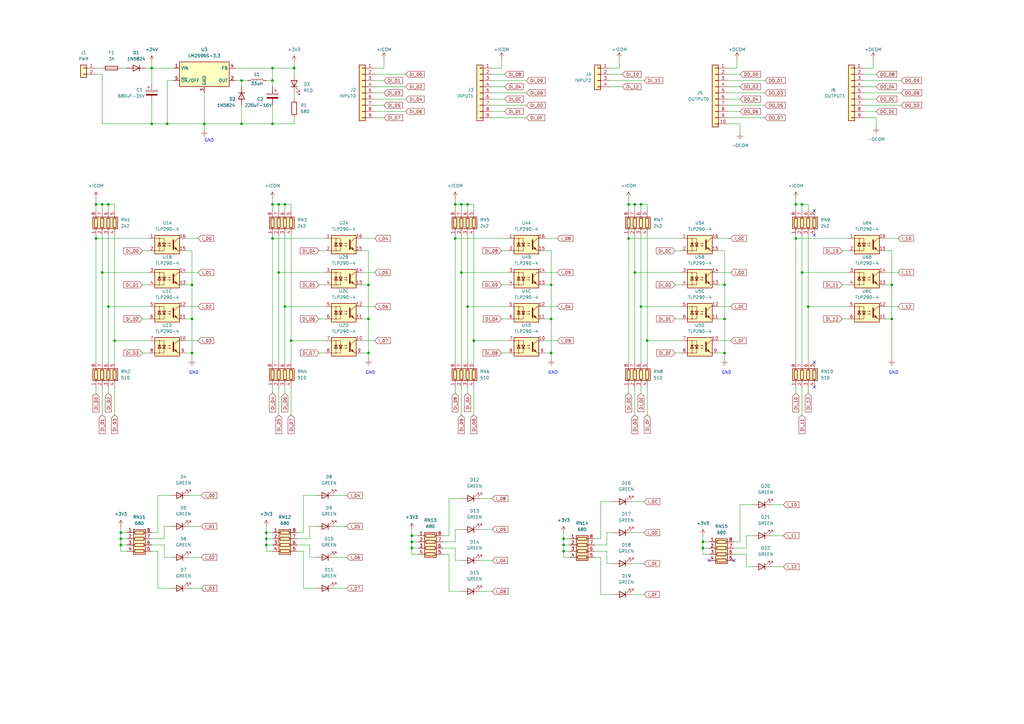
<source format=kicad_sch>
(kicad_sch (version 20231120) (generator "eeschema") (generator_version "8.0")
  (paper "A3")
  (lib_symbols
    (symbol "+24V_1" (power) (pin_numbers hide) (pin_names (offset 0) hide)
      (property "Value" "+24V" (at 0 3.556 0))
      (symbol "+24V_1_1_1"
        (pin power_in line (at 0 0 90) (length 0) (name "~") (number "1"))
      )
    )
    (symbol "+24V_2" (power) (pin_numbers hide) (pin_names (offset 0) hide)
      (property "Value" "+24V" (at 0 3.556 0))
      (symbol "+24V_2_1_1"
        (pin power_in line (at 0 0 90) (length 0) (name "~") (number "1"))
      )
    )
    (symbol "Connector_Generic:Conn_01x02" (pin_names (offset 1.016) hide)
      (property "Reference" "J" (at 0 2.54 0))
      (property "Value" "Conn_01x02" (at 0 -5.08 0))
      (symbol "Conn_01x02_1_1"
        (pin passive line (at -5.08 0 0) (length 3.81) (name "Pin_1") (number "1"))
        (pin passive line (at -5.08 -2.54 0) (length 3.81) (name "Pin_2") (number "2"))
      )
    )
    (symbol "Connector_Generic:Conn_01x04" (pin_names (offset 1.016) hide)
      (property "Reference" "J" (at 0 5.08 0))
      (property "Value" "Conn_01x04" (at 0 -7.62 0))
      (symbol "Conn_01x04_1_1"
        (pin passive line (at -5.08 2.54 0) (length 3.81) (name "Pin_1") (number "1"))
        (pin passive line (at -5.08 0 0) (length 3.81) (name "Pin_2") (number "2"))
        (pin passive line (at -5.08 -2.54 0) (length 3.81) (name "Pin_3") (number "3"))
        (pin passive line (at -5.08 -5.08 0) (length 3.81) (name "Pin_4") (number "4"))
      )
    )
    (symbol "Connector_Generic:Conn_01x09" (pin_names (offset 1.016) hide)
      (property "Reference" "J" (at 0 12.7 0))
      (property "Value" "Conn_01x09" (at 0 -12.7 0))
      (symbol "Conn_01x09_1_1"
        (pin passive line (at -5.08 10.16 0) (length 3.81) (name "Pin_1") (number "1"))
        (pin passive line (at -5.08 7.62 0) (length 3.81) (name "Pin_2") (number "2"))
        (pin passive line (at -5.08 5.08 0) (length 3.81) (name "Pin_3") (number "3"))
        (pin passive line (at -5.08 2.54 0) (length 3.81) (name "Pin_4") (number "4"))
        (pin passive line (at -5.08 0 0) (length 3.81) (name "Pin_5") (number "5"))
        (pin passive line (at -5.08 -2.54 0) (length 3.81) (name "Pin_6") (number "6"))
        (pin passive line (at -5.08 -5.08 0) (length 3.81) (name "Pin_7") (number "7"))
        (pin passive line (at -5.08 -7.62 0) (length 3.81) (name "Pin_8") (number "8"))
        (pin passive line (at -5.08 -10.16 0) (length 3.81) (name "Pin_9") (number "9"))
      )
    )
    (symbol "Connector_Generic:Conn_01x10" (pin_names (offset 1.016) hide)
      (property "Reference" "J" (at 0 12.7 0))
      (property "Value" "Conn_01x10" (at 0 -15.24 0))
      (symbol "Conn_01x10_1_1"
        (pin passive line (at -5.08 10.16 0) (length 3.81) (name "Pin_1") (number "1"))
        (pin passive line (at -5.08 -12.7 0) (length 3.81) (name "Pin_10") (number "10"))
        (pin passive line (at -5.08 7.62 0) (length 3.81) (name "Pin_2") (number "2"))
        (pin passive line (at -5.08 5.08 0) (length 3.81) (name "Pin_3") (number "3"))
        (pin passive line (at -5.08 2.54 0) (length 3.81) (name "Pin_4") (number "4"))
        (pin passive line (at -5.08 0 0) (length 3.81) (name "Pin_5") (number "5"))
        (pin passive line (at -5.08 -2.54 0) (length 3.81) (name "Pin_6") (number "6"))
        (pin passive line (at -5.08 -5.08 0) (length 3.81) (name "Pin_7") (number "7"))
        (pin passive line (at -5.08 -7.62 0) (length 3.81) (name "Pin_8") (number "8"))
        (pin passive line (at -5.08 -10.16 0) (length 3.81) (name "Pin_9") (number "9"))
      )
    )
    (symbol "Device:C_Polarized" (pin_numbers hide) (pin_names (offset 0.254))
      (property "Reference" "C" (at 0.635 2.54 0))
      (property "Value" "C_Polarized" (at 0.635 -2.54 0))
      (symbol "C_Polarized_1_1"
        (pin passive line (at 0 3.81 270) (length 2.794) (name "~") (number "1"))
        (pin passive line (at 0 -3.81 90) (length 2.794) (name "~") (number "2"))
      )
    )
    (symbol "Device:D" (pin_numbers hide) (pin_names (offset 1.016) hide)
      (property "Reference" "D" (at 0 2.54 0))
      (property "Value" "D" (at 0 -2.54 0))
      (symbol "D_1_1"
        (pin passive line (at -3.81 0 0) (length 2.54) (name "K") (number "1"))
        (pin passive line (at 3.81 0 180) (length 2.54) (name "A") (number "2"))
      )
    )
    (symbol "Device:Fuse" (pin_numbers hide) (pin_names (offset 0))
      (property "Reference" "F" (at 2.032 0 90))
      (property "Value" "Fuse" (at -1.905 0 90))
      (symbol "Fuse_1_1"
        (pin passive line (at 0 3.81 270) (length 1.27) (name "~") (number "1"))
        (pin passive line (at 0 -3.81 90) (length 1.27) (name "~") (number "2"))
      )
    )
    (symbol "Device:L" (pin_numbers hide) (pin_names (offset 1.016) hide)
      (property "Reference" "L" (at -1.27 0 90))
      (property "Value" "L" (at 1.905 0 90))
      (symbol "L_1_1"
        (pin passive line (at 0 3.81 270) (length 1.27) (name "1") (number "1"))
        (pin passive line (at 0 -3.81 90) (length 1.27) (name "2") (number "2"))
      )
    )
    (symbol "Device:LED" (pin_numbers hide) (pin_names (offset 1.016) hide)
      (property "Reference" "D" (at 0 2.54 0))
      (property "Value" "LED" (at 0 -2.54 0))
      (symbol "LED_1_1"
        (pin passive line (at -3.81 0 0) (length 2.54) (name "K") (number "1"))
        (pin passive line (at 3.81 0 180) (length 2.54) (name "A") (number "2"))
      )
    )
    (symbol "Device:R" (pin_numbers hide) (pin_names (offset 0))
      (property "Reference" "R" (at 2.032 0 90))
      (property "Value" "R" (at 0 0 90))
      (symbol "R_1_1"
        (pin passive line (at 0 3.81 270) (length 1.27) (name "~") (number "1"))
        (pin passive line (at 0 -3.81 90) (length 1.27) (name "~") (number "2"))
      )
    )
    (symbol "Device:R_Pack04" (pin_names (offset 0) hide)
      (property "Reference" "RN" (at -7.62 0 90))
      (property "Value" "R_Pack04" (at 5.08 0 90))
      (symbol "R_Pack04_1_1"
        (pin passive line (at -5.08 -5.08 90) (length 2.54) (name "R1.1") (number "1"))
        (pin passive line (at -2.54 -5.08 90) (length 2.54) (name "R2.1") (number "2"))
        (pin passive line (at 0 -5.08 90) (length 2.54) (name "R3.1") (number "3"))
        (pin passive line (at 2.54 -5.08 90) (length 2.54) (name "R4.1") (number "4"))
        (pin passive line (at 2.54 5.08 270) (length 2.54) (name "R4.2") (number "5"))
        (pin passive line (at 0 5.08 270) (length 2.54) (name "R3.2") (number "6"))
        (pin passive line (at -2.54 5.08 270) (length 2.54) (name "R2.2") (number "7"))
        (pin passive line (at -5.08 5.08 270) (length 2.54) (name "R1.2") (number "8"))
      )
    )
    (symbol "GNDREF_4" (power) (pin_numbers hide) (pin_names (offset 0) hide)
      (property "Value" "GNDREF" (at 0 -3.81 0))
      (symbol "GNDREF_4_1_1"
        (pin power_in line (at 0 0 270) (length 0) (name "~") (number "1"))
      )
    )
    (symbol "GNDREF_5" (power) (pin_numbers hide) (pin_names (offset 0) hide)
      (property "Value" "GNDREF" (at 0 -3.81 0))
      (symbol "GNDREF_5_1_1"
        (pin power_in line (at 0 0 270) (length 0) (name "~") (number "1"))
      )
    )
    (symbol "Isolator:TLP290-4" (pin_names (offset 1.016))
      (property "Reference" "U" (at -5.08 5.08 0))
      (property "Value" "TLP290-4" (at 0 5.08 0))
      (symbol "TLP290-4_1_1"
        (pin passive line (at -7.62 2.54 0) (length 2.54) (name "~") (number "1"))
        (pin passive line (at 7.62 -2.54 180) (length 2.54) (name "~") (number "15"))
        (pin passive line (at 7.62 2.54 180) (length 2.54) (name "~") (number "16"))
        (pin passive line (at -7.62 -2.54 0) (length 2.54) (name "~") (number "2"))
      )
      (symbol "TLP290-4_2_1"
        (pin passive line (at 7.62 -2.54 180) (length 2.54) (name "~") (number "13"))
        (pin passive line (at 7.62 2.54 180) (length 2.54) (name "~") (number "14"))
        (pin passive line (at -7.62 2.54 0) (length 2.54) (name "~") (number "3"))
        (pin passive line (at -7.62 -2.54 0) (length 2.54) (name "~") (number "4"))
      )
      (symbol "TLP290-4_3_1"
        (pin passive line (at 7.62 -2.54 180) (length 2.54) (name "~") (number "11"))
        (pin passive line (at 7.62 2.54 180) (length 2.54) (name "~") (number "12"))
        (pin passive line (at -7.62 2.54 0) (length 2.54) (name "~") (number "5"))
        (pin passive line (at -7.62 -2.54 0) (length 2.54) (name "~") (number "6"))
      )
      (symbol "TLP290-4_4_1"
        (pin passive line (at 7.62 2.54 180) (length 2.54) (name "~") (number "10"))
        (pin passive line (at -7.62 2.54 0) (length 2.54) (name "~") (number "7"))
        (pin passive line (at -7.62 -2.54 0) (length 2.54) (name "~") (number "8"))
        (pin passive line (at 7.62 -2.54 180) (length 2.54) (name "~") (number "9"))
      )
    )
    (symbol "R_Pack04_1" (pin_names (offset 0) hide)
      (property "Reference" "RN" (at -7.62 0 90))
      (property "Value" "R_Pack04" (at 5.08 0 90))
      (symbol "R_Pack04_1_1_1"
        (pin passive line (at -5.08 -5.08 90) (length 2.54) (name "R1.1") (number "1"))
        (pin passive line (at -2.54 -5.08 90) (length 2.54) (name "R2.1") (number "2"))
        (pin passive line (at 0 -5.08 90) (length 2.54) (name "R3.1") (number "3"))
        (pin passive line (at 2.54 -5.08 90) (length 2.54) (name "R4.1") (number "4"))
        (pin passive line (at 2.54 5.08 270) (length 2.54) (name "R4.2") (number "5"))
        (pin passive line (at 0 5.08 270) (length 2.54) (name "R3.2") (number "6"))
        (pin passive line (at -2.54 5.08 270) (length 2.54) (name "R2.2") (number "7"))
        (pin passive line (at -5.08 5.08 270) (length 2.54) (name "R1.2") (number "8"))
      )
    )
    (symbol "R_Pack04_2" (pin_names (offset 0) hide)
      (property "Reference" "RN" (at -7.62 0 90))
      (property "Value" "R_Pack04" (at 5.08 0 90))
      (symbol "R_Pack04_2_1_1"
        (pin passive line (at -5.08 -5.08 90) (length 2.54) (name "R1.1") (number "1"))
        (pin passive line (at -2.54 -5.08 90) (length 2.54) (name "R2.1") (number "2"))
        (pin passive line (at 0 -5.08 90) (length 2.54) (name "R3.1") (number "3"))
        (pin passive line (at 2.54 -5.08 90) (length 2.54) (name "R4.1") (number "4"))
        (pin passive line (at 2.54 5.08 270) (length 2.54) (name "R4.2") (number "5"))
        (pin passive line (at 0 5.08 270) (length 2.54) (name "R3.2") (number "6"))
        (pin passive line (at -2.54 5.08 270) (length 2.54) (name "R2.2") (number "7"))
        (pin passive line (at -5.08 5.08 270) (length 2.54) (name "R1.2") (number "8"))
      )
    )
    (symbol "Regulator_Switching:LM2596S-3.3"
      (property "Reference" "U" (at -10.16 6.35 0))
      (property "Value" "LM2596S-3.3" (at 0 6.35 0))
      (symbol "LM2596S-3.3_1_1"
        (pin power_in line (at -12.7 2.54 0) (length 2.54) (name "VIN") (number "1"))
        (pin output line (at 12.7 -2.54 180) (length 2.54) (name "OUT") (number "2"))
        (pin power_in line (at 0 -7.62 90) (length 2.54) (name "GND") (number "3"))
        (pin input line (at 12.7 2.54 180) (length 2.54) (name "FB") (number "4"))
        (pin input line (at -12.7 -2.54 0) (length 2.54) (name "~{ON}/OFF") (number "5"))
      )
    )
    (symbol "power:+24V" (power) (pin_names (offset 0))
      (property "Value" "+24V" (at 0 3.556 0))
      (symbol "+24V_1_1"
        (pin power_in line (at 0 0 90) (length 0) hide (name "+24V") (number "1"))
      )
    )
    (symbol "power:+3.3V" (power) (pin_names (offset 0))
      (property "Value" "+3.3V" (at 0 3.556 0))
      (symbol "+3.3V_1_1"
        (pin power_in line (at 0 0 90) (length 0) hide (name "+3V3") (number "1"))
      )
    )
    (symbol "power:GNDREF" (power) (pin_names (offset 0))
      (property "Value" "GNDREF" (at 0 -3.81 0))
      (symbol "GNDREF_1_1"
        (pin power_in line (at 0 0 270) (length 0) hide (name "GNDREF") (number "1"))
      )
    )
  )
  (junction (at 111.76 27.94))
  (junction (at 78.74 144.78))
  (junction (at 151.13 130.81))
  (junction (at 297.18 144.78))
  (junction (at 297.18 130.81))
  (junction (at 39.37 97.79))
  (junction (at 151.13 116.84))
  (junction (at 326.39 83.82))
  (junction (at 231.14 223.52))
  (junction (at 111.76 97.79))
  (junction (at 49.53 220.98))
  (junction (at 231.14 226.06))
  (junction (at 365.76 116.84))
  (junction (at 68.58 50.8))
  (junction (at 231.14 220.98))
  (junction (at 151.13 144.78))
  (junction (at 265.43 139.7))
  (junction (at 49.53 223.52))
  (junction (at 109.22 218.44))
  (junction (at 288.29 222.25))
  (junction (at 288.29 224.79))
  (junction (at 41.91 111.76))
  (junction (at 99.06 50.8))
  (junction (at 116.84 83.82))
  (junction (at 189.23 83.82))
  (junction (at 226.06 144.78))
  (junction (at 111.76 50.8))
  (junction (at 62.23 27.94))
  (junction (at 262.89 125.73))
  (junction (at 114.3 111.76))
  (junction (at 120.65 27.94))
  (junction (at 168.91 224.79))
  (junction (at 46.99 139.7))
  (junction (at 49.53 218.44))
  (junction (at 186.69 83.82))
  (junction (at 62.23 50.8))
  (junction (at 109.22 220.98))
  (junction (at 83.82 50.8))
  (junction (at 78.74 116.84))
  (junction (at 257.81 83.82))
  (junction (at 191.77 125.73))
  (junction (at 186.69 97.79))
  (junction (at 328.93 111.76))
  (junction (at 44.45 83.82))
  (junction (at 119.38 139.7))
  (junction (at 260.35 111.76))
  (junction (at 297.18 116.84))
  (junction (at 262.89 83.82))
  (junction (at 78.74 130.81))
  (junction (at 109.22 223.52))
  (junction (at 168.91 219.71))
  (junction (at 226.06 116.84))
  (junction (at 99.06 33.02))
  (junction (at 111.76 33.02))
  (junction (at 168.91 222.25))
  (junction (at 260.35 83.82))
  (junction (at 189.23 111.76))
  (junction (at 328.93 83.82))
  (junction (at 111.76 83.82))
  (junction (at 39.37 83.82))
  (junction (at 114.3 83.82))
  (junction (at 44.45 125.73))
  (junction (at 226.06 130.81))
  (junction (at 191.77 83.82))
  (junction (at 257.81 97.79))
  (junction (at 326.39 97.79))
  (junction (at 41.91 83.82))
  (junction (at 194.31 139.7))
  (junction (at 365.76 130.81))
  (junction (at 331.47 125.73))
  (junction (at 116.84 125.73))
  (no_connect (at 334.01 148.59))
  (no_connect (at 290.83 229.87))
  (no_connect (at 334.01 86.36))
  (no_connect (at 334.01 158.75))
  (no_connect (at 300.99 229.87))
  (no_connect (at 334.01 96.52))
  (wire (pts (xy 39.37 83.82) (xy 39.37 81.28)))
  (wire (pts (xy 326.39 97.79) (xy 347.98 97.79)))
  (wire (pts (xy 39.37 97.79) (xy 60.96 97.79)))
  (wire (pts (xy 186.69 97.79) (xy 208.28 97.79)))
  (wire (pts (xy 83.82 50.8) (xy 68.58 50.8)))
  (wire (pts (xy 189.23 111.76) (xy 189.23 148.59)))
  (wire (pts (xy 365.76 102.87) (xy 365.76 116.84)))
  (wire (pts (xy 298.45 38.1) (xy 313.69 38.1)))
  (wire (pts (xy 76.2 139.7) (xy 81.28 139.7)))
  (wire (pts (xy 248.92 223.52) (xy 248.92 218.44)))
  (wire (pts (xy 153.67 27.94) (xy 157.48 27.94)))
  (wire (pts (xy 226.06 144.78) (xy 223.52 144.78)))
  (wire (pts (xy 78.74 144.78) (xy 78.74 147.32)))
  (wire (pts (xy 114.3 96.52) (xy 114.3 111.76)))
  (wire (pts (xy 58.42 116.84) (xy 60.96 116.84)))
  (wire (pts (xy 129.54 228.6) (xy 127 228.6)))
  (wire (pts (xy 358.14 27.94) (xy 358.14 24.13)))
  (wire (pts (xy 121.92 220.98) (xy 127 220.98)))
  (wire (pts (xy 111.76 83.82) (xy 111.76 81.28)))
  (wire (pts (xy 49.53 226.06) (xy 52.07 226.06)))
  (wire (pts (xy 365.76 116.84) (xy 365.76 130.81)))
  (wire (pts (xy 157.48 24.13) (xy 157.48 27.94)))
  (wire (pts (xy 49.53 218.44) (xy 49.53 220.98)))
  (wire (pts (xy 265.43 83.82) (xy 262.89 83.82)))
  (wire (pts (xy 62.23 218.44) (xy 64.77 218.44)))
  (wire (pts (xy 114.3 158.75) (xy 114.3 170.18)))
  (wire (pts (xy 231.14 223.52) (xy 233.68 223.52)))
  (wire (pts (xy 67.31 215.9) (xy 69.85 215.9)))
  (wire (pts (xy 306.07 232.41) (xy 306.07 227.33)))
  (wire (pts (xy 231.14 220.98) (xy 231.14 223.52)))
  (wire (pts (xy 233.68 220.98) (xy 231.14 220.98)))
  (wire (pts (xy 326.39 83.82) (xy 326.39 81.28)))
  (wire (pts (xy 246.38 205.74) (xy 251.46 205.74)))
  (wire (pts (xy 151.13 116.84) (xy 151.13 130.81)))
  (wire (pts (xy 290.83 222.25) (xy 288.29 222.25)))
  (wire (pts (xy 116.84 158.75) (xy 116.84 161.29)))
  (wire (pts (xy 62.23 50.8) (xy 41.91 50.8)))
  (wire (pts (xy 359.41 48.26) (xy 359.41 52.07)))
  (wire (pts (xy 365.76 130.81) (xy 365.76 147.32)))
  (wire (pts (xy 331.47 83.82) (xy 331.47 86.36)))
  (wire (pts (xy 250.19 35.56) (xy 255.27 35.56)))
  (wire (pts (xy 231.14 218.44) (xy 231.14 220.98)))
  (wire (pts (xy 189.23 83.82) (xy 186.69 83.82)))
  (wire (pts (xy 298.45 30.48) (xy 303.53 30.48)))
  (wire (pts (xy 297.18 144.78) (xy 297.18 147.32)))
  (wire (pts (xy 151.13 116.84) (xy 148.59 116.84)))
  (wire (pts (xy 69.85 228.6) (xy 67.31 228.6)))
  (wire (pts (xy 130.81 130.81) (xy 133.35 130.81)))
  (wire (pts (xy 41.91 30.48) (xy 41.91 50.8)))
  (wire (pts (xy 331.47 96.52) (xy 331.47 125.73)))
  (wire (pts (xy 137.16 241.3) (xy 142.24 241.3)))
  (wire (pts (xy 137.16 228.6) (xy 142.24 228.6)))
  (wire (pts (xy 257.81 97.79) (xy 257.81 148.59)))
  (wire (pts (xy 130.81 144.78) (xy 133.35 144.78)))
  (wire (pts (xy 194.31 158.75) (xy 194.31 170.18)))
  (wire (pts (xy 303.53 207.01) (xy 308.61 207.01)))
  (wire (pts (xy 262.89 158.75) (xy 262.89 161.29)))
  (wire (pts (xy 120.65 27.94) (xy 120.65 30.48)))
  (wire (pts (xy 276.86 144.78) (xy 279.4 144.78)))
  (wire (pts (xy 189.23 158.75) (xy 189.23 170.18)))
  (wire (pts (xy 148.59 139.7) (xy 153.67 139.7)))
  (wire (pts (xy 250.19 30.48) (xy 255.27 30.48)))
  (wire (pts (xy 83.82 38.1) (xy 83.82 50.8)))
  (wire (pts (xy 194.31 96.52) (xy 194.31 139.7)))
  (wire (pts (xy 148.59 125.73) (xy 153.67 125.73)))
  (wire (pts (xy 196.85 217.17) (xy 201.93 217.17)))
  (wire (pts (xy 119.38 96.52) (xy 119.38 139.7)))
  (wire (pts (xy 191.77 125.73) (xy 208.28 125.73)))
  (wire (pts (xy 148.59 97.79) (xy 153.67 97.79)))
  (wire (pts (xy 288.29 227.33) (xy 288.29 224.79)))
  (wire (pts (xy 186.69 83.82) (xy 186.69 81.28)))
  (wire (pts (xy 306.07 227.33) (xy 300.99 227.33)))
  (wire (pts (xy 111.76 50.8) (xy 120.65 50.8)))
  (wire (pts (xy 153.67 35.56) (xy 166.37 35.56)))
  (wire (pts (xy 345.44 130.81) (xy 347.98 130.81)))
  (wire (pts (xy 109.22 220.98) (xy 111.76 220.98)))
  (wire (pts (xy 96.52 33.02) (xy 99.06 33.02)))
  (wire (pts (xy 354.33 48.26) (xy 359.41 48.26)))
  (wire (pts (xy 77.47 241.3) (xy 82.55 241.3)))
  (wire (pts (xy 151.13 130.81) (xy 151.13 144.78)))
  (wire (pts (xy 109.22 226.06) (xy 111.76 226.06)))
  (wire (pts (xy 259.08 231.14) (xy 264.16 231.14)))
  (wire (pts (xy 226.06 116.84) (xy 226.06 130.81)))
  (wire (pts (xy 44.45 125.73) (xy 60.96 125.73)))
  (wire (pts (xy 298.45 50.8) (xy 303.53 50.8)))
  (wire (pts (xy 306.07 219.71) (xy 308.61 219.71)))
  (wire (pts (xy 345.44 116.84) (xy 347.98 116.84)))
  (wire (pts (xy 231.14 226.06) (xy 231.14 228.6)))
  (wire (pts (xy 326.39 97.79) (xy 326.39 148.59)))
  (wire (pts (xy 49.53 223.52) (xy 49.53 226.06)))
  (wire (pts (xy 116.84 125.73) (xy 133.35 125.73)))
  (wire (pts (xy 62.23 27.94) (xy 71.12 27.94)))
  (wire (pts (xy 59.69 27.94) (xy 62.23 27.94)))
  (wire (pts (xy 294.64 97.79) (xy 299.72 97.79)))
  (wire (pts (xy 119.38 139.7) (xy 133.35 139.7)))
  (wire (pts (xy 306.07 224.79) (xy 306.07 219.71)))
  (wire (pts (xy 303.53 222.25) (xy 303.53 207.01)))
  (wire (pts (xy 354.33 43.18) (xy 369.57 43.18)))
  (wire (pts (xy 288.29 222.25) (xy 288.29 224.79)))
  (wire (pts (xy 46.99 86.36) (xy 46.99 83.82)))
  (wire (pts (xy 171.45 219.71) (xy 168.91 219.71)))
  (wire (pts (xy 46.99 139.7) (xy 46.99 148.59)))
  (wire (pts (xy 62.23 25.4) (xy 62.23 27.94)))
  (wire (pts (xy 191.77 96.52) (xy 191.77 125.73)))
  (wire (pts (xy 257.81 83.82) (xy 257.81 81.28)))
  (wire (pts (xy 328.93 111.76) (xy 328.93 148.59)))
  (wire (pts (xy 39.37 83.82) (xy 39.37 86.36)))
  (wire (pts (xy 365.76 116.84) (xy 363.22 116.84)))
  (wire (pts (xy 191.77 158.75) (xy 191.77 161.29)))
  (wire (pts (xy 298.45 43.18) (xy 313.69 43.18)))
  (wire (pts (xy 44.45 158.75) (xy 44.45 161.29)))
  (wire (pts (xy 127 220.98) (xy 127 215.9)))
  (wire (pts (xy 151.13 144.78) (xy 151.13 147.32)))
  (wire (pts (xy 257.81 158.75) (xy 257.81 161.29)))
  (wire (pts (xy 297.18 144.78) (xy 294.64 144.78)))
  (wire (pts (xy 46.99 139.7) (xy 60.96 139.7)))
  (wire (pts (xy 44.45 125.73) (xy 44.45 148.59)))
  (wire (pts (xy 354.33 27.94) (xy 358.14 27.94)))
  (wire (pts (xy 191.77 83.82) (xy 191.77 86.36)))
  (wire (pts (xy 111.76 35.56) (xy 111.76 33.02)))
  (wire (pts (xy 62.23 220.98) (xy 67.31 220.98)))
  (wire (pts (xy 109.22 218.44) (xy 109.22 220.98)))
  (wire (pts (xy 365.76 130.81) (xy 363.22 130.81)))
  (wire (pts (xy 151.13 130.81) (xy 148.59 130.81)))
  (wire (pts (xy 205.74 144.78) (xy 208.28 144.78)))
  (wire (pts (xy 196.85 204.47) (xy 201.93 204.47)))
  (wire (pts (xy 77.47 228.6) (xy 82.55 228.6)))
  (wire (pts (xy 120.65 38.1) (xy 120.65 40.64)))
  (wire (pts (xy 250.19 27.94) (xy 254 27.94)))
  (wire (pts (xy 189.23 83.82) (xy 189.23 86.36)))
  (wire (pts (xy 181.61 222.25) (xy 186.69 222.25)))
  (wire (pts (xy 205.74 102.87) (xy 208.28 102.87)))
  (wire (pts (xy 151.13 102.87) (xy 151.13 116.84)))
  (wire (pts (xy 186.69 96.52) (xy 186.69 97.79)))
  (wire (pts (xy 316.23 207.01) (xy 321.31 207.01)))
  (wire (pts (xy 248.92 231.14) (xy 248.92 226.06)))
  (wire (pts (xy 363.22 102.87) (xy 365.76 102.87)))
  (wire (pts (xy 119.38 86.36) (xy 119.38 83.82)))
  (wire (pts (xy 262.89 96.52) (xy 262.89 125.73)))
  (wire (pts (xy 257.81 97.79) (xy 279.4 97.79)))
  (wire (pts (xy 363.22 125.73) (xy 368.3 125.73)))
  (wire (pts (xy 96.52 27.94) (xy 111.76 27.94)))
  (wire (pts (xy 328.93 83.82) (xy 328.93 86.36)))
  (wire (pts (xy 49.53 223.52) (xy 49.53 220.98)))
  (wire (pts (xy 316.23 232.41) (xy 321.31 232.41)))
  (wire (pts (xy 276.86 116.84) (xy 279.4 116.84)))
  (wire (pts (xy 111.76 83.82) (xy 111.76 86.36)))
  (wire (pts (xy 297.18 130.81) (xy 297.18 144.78)))
  (wire (pts (xy 83.82 50.8) (xy 83.82 53.34)))
  (wire (pts (xy 354.33 38.1) (xy 369.57 38.1)))
  (wire (pts (xy 76.2 111.76) (xy 81.28 111.76)))
  (wire (pts (xy 223.52 111.76) (xy 228.6 111.76)))
  (wire (pts (xy 223.52 125.73) (xy 228.6 125.73)))
  (wire (pts (xy 201.93 40.64) (xy 207.01 40.64)))
  (wire (pts (xy 151.13 144.78) (xy 148.59 144.78)))
  (wire (pts (xy 196.85 242.57) (xy 201.93 242.57)))
  (wire (pts (xy 68.58 50.8) (xy 62.23 50.8)))
  (wire (pts (xy 363.22 111.76) (xy 368.3 111.76)))
  (wire (pts (xy 77.47 215.9) (xy 82.55 215.9)))
  (wire (pts (xy 262.89 125.73) (xy 279.4 125.73)))
  (wire (pts (xy 226.06 130.81) (xy 223.52 130.81)))
  (wire (pts (xy 76.2 125.73) (xy 81.28 125.73)))
  (wire (pts (xy 109.22 223.52) (xy 109.22 220.98)))
  (wire (pts (xy 246.38 243.84) (xy 251.46 243.84)))
  (wire (pts (xy 62.23 27.94) (xy 62.23 34.29)))
  (wire (pts (xy 223.52 97.79) (xy 228.6 97.79)))
  (wire (pts (xy 201.93 35.56) (xy 207.01 35.56)))
  (wire (pts (xy 130.81 116.84) (xy 133.35 116.84)))
  (wire (pts (xy 99.06 33.02) (xy 101.6 33.02)))
  (wire (pts (xy 184.15 204.47) (xy 189.23 204.47)))
  (wire (pts (xy 246.38 228.6) (xy 246.38 243.84)))
  (wire (pts (xy 354.33 40.64) (xy 359.41 40.64)))
  (wire (pts (xy 316.23 219.71) (xy 321.31 219.71)))
  (wire (pts (xy 64.77 218.44) (xy 64.77 203.2)))
  (wire (pts (xy 191.77 125.73) (xy 191.77 148.59)))
  (wire (pts (xy 201.93 38.1) (xy 215.9 38.1)))
  (wire (pts (xy 119.38 158.75) (xy 119.38 170.18)))
  (wire (pts (xy 191.77 83.82) (xy 189.23 83.82)))
  (wire (pts (xy 62.23 41.91) (xy 62.23 50.8)))
  (wire (pts (xy 124.46 203.2) (xy 129.54 203.2)))
  (wire (pts (xy 52.07 218.44) (xy 49.53 218.44)))
  (wire (pts (xy 298.45 35.56) (xy 303.53 35.56)))
  (wire (pts (xy 111.76 50.8) (xy 99.06 50.8)))
  (wire (pts (xy 78.74 116.84) (xy 76.2 116.84)))
  (wire (pts (xy 49.53 220.98) (xy 52.07 220.98)))
  (wire (pts (xy 184.15 242.57) (xy 189.23 242.57)))
  (wire (pts (xy 259.08 243.84) (xy 264.16 243.84)))
  (wire (pts (xy 181.61 227.33) (xy 184.15 227.33)))
  (wire (pts (xy 262.89 83.82) (xy 262.89 86.36)))
  (wire (pts (xy 303.53 54.61) (xy 303.53 50.8)))
  (wire (pts (xy 243.84 228.6) (xy 246.38 228.6)))
  (wire (pts (xy 259.08 218.44) (xy 264.16 218.44)))
  (wire (pts (xy 276.86 130.81) (xy 279.4 130.81)))
  (wire (pts (xy 99.06 50.8) (xy 83.82 50.8)))
  (wire (pts (xy 58.42 144.78) (xy 60.96 144.78)))
  (wire (pts (xy 298.45 45.72) (xy 303.53 45.72)))
  (wire (pts (xy 41.91 111.76) (xy 41.91 148.59)))
  (wire (pts (xy 201.93 43.18) (xy 215.9 43.18)))
  (wire (pts (xy 99.06 43.18) (xy 99.06 50.8)))
  (wire (pts (xy 288.29 224.79) (xy 290.83 224.79)))
  (wire (pts (xy 297.18 130.81) (xy 294.64 130.81)))
  (wire (pts (xy 111.76 33.02) (xy 109.22 33.02)))
  (wire (pts (xy 297.18 116.84) (xy 297.18 130.81)))
  (wire (pts (xy 130.81 102.87) (xy 133.35 102.87)))
  (wire (pts (xy 171.45 224.79) (xy 168.91 224.79)))
  (wire (pts (xy 76.2 102.87) (xy 78.74 102.87)))
  (wire (pts (xy 326.39 96.52) (xy 326.39 97.79)))
  (wire (pts (xy 231.14 228.6) (xy 233.68 228.6)))
  (wire (pts (xy 243.84 220.98) (xy 246.38 220.98)))
  (wire (pts (xy 137.16 203.2) (xy 142.24 203.2)))
  (wire (pts (xy 326.39 83.82) (xy 326.39 86.36)))
  (wire (pts (xy 331.47 125.73) (xy 347.98 125.73)))
  (wire (pts (xy 205.74 116.84) (xy 208.28 116.84)))
  (wire (pts (xy 290.83 227.33) (xy 288.29 227.33)))
  (wire (pts (xy 246.38 220.98) (xy 246.38 205.74)))
  (wire (pts (xy 114.3 83.82) (xy 114.3 86.36)))
  (wire (pts (xy 153.67 33.02) (xy 157.48 33.02)))
  (wire (pts (xy 67.31 223.52) (xy 62.23 223.52)))
  (wire (pts (xy 265.43 96.52) (xy 265.43 139.7)))
  (wire (pts (xy 120.65 48.26) (xy 120.65 50.8)))
  (wire (pts (xy 168.91 224.79) (xy 168.91 222.25)))
  (wire (pts (xy 121.92 218.44) (xy 124.46 218.44)))
  (wire (pts (xy 331.47 83.82) (xy 328.93 83.82)))
  (wire (pts (xy 60.96 111.76) (xy 41.91 111.76)))
  (wire (pts (xy 294.64 102.87) (xy 297.18 102.87)))
  (wire (pts (xy 181.61 219.71) (xy 184.15 219.71)))
  (wire (pts (xy 354.33 30.48) (xy 359.41 30.48)))
  (wire (pts (xy 78.74 116.84) (xy 78.74 130.81)))
  (wire (pts (xy 44.45 83.82) (xy 44.45 86.36)))
  (wire (pts (xy 153.67 43.18) (xy 157.48 43.18)))
  (wire (pts (xy 62.23 226.06) (xy 64.77 226.06)))
  (wire (pts (xy 58.42 102.87) (xy 60.96 102.87)))
  (wire (pts (xy 124.46 218.44) (xy 124.46 203.2)))
  (wire (pts (xy 298.45 33.02) (xy 313.69 33.02)))
  (wire (pts (xy 226.06 116.84) (xy 223.52 116.84)))
  (wire (pts (xy 251.46 231.14) (xy 248.92 231.14)))
  (wire (pts (xy 119.38 83.82) (xy 116.84 83.82)))
  (wire (pts (xy 298.45 27.94) (xy 302.26 27.94)))
  (wire (pts (xy 300.99 222.25) (xy 303.53 222.25)))
  (wire (pts (xy 153.67 38.1) (xy 157.48 38.1)))
  (wire (pts (xy 124.46 241.3) (xy 129.54 241.3)))
  (wire (pts (xy 114.3 83.82) (xy 111.76 83.82)))
  (wire (pts (xy 302.26 24.13) (xy 302.26 27.94)))
  (wire (pts (xy 208.28 111.76) (xy 189.23 111.76)))
  (wire (pts (xy 354.33 35.56) (xy 359.41 35.56)))
  (wire (pts (xy 186.69 217.17) (xy 189.23 217.17)))
  (wire (pts (xy 194.31 139.7) (xy 208.28 139.7)))
  (wire (pts (xy 196.85 229.87) (xy 201.93 229.87)))
  (wire (pts (xy 331.47 125.73) (xy 331.47 148.59)))
  (wire (pts (xy 189.23 229.87) (xy 186.69 229.87)))
  (wire (pts (xy 39.37 158.75) (xy 39.37 161.29)))
  (wire (pts (xy 52.07 223.52) (xy 49.53 223.52)))
  (wire (pts (xy 67.31 228.6) (xy 67.31 223.52)))
  (wire (pts (xy 257.81 96.52) (xy 257.81 97.79)))
  (wire (pts (xy 78.74 144.78) (xy 76.2 144.78)))
  (wire (pts (xy 297.18 116.84) (xy 294.64 116.84)))
  (wire (pts (xy 153.67 30.48) (xy 166.37 30.48)))
  (wire (pts (xy 259.08 205.74) (xy 264.16 205.74)))
  (wire (pts (xy 127 215.9) (xy 129.54 215.9)))
  (wire (pts (xy 111.76 97.79) (xy 133.35 97.79)))
  (wire (pts (xy 41.91 83.82) (xy 41.91 86.36)))
  (wire (pts (xy 76.2 97.79) (xy 81.28 97.79)))
  (wire (pts (xy 260.35 111.76) (xy 260.35 148.59)))
  (wire (pts (xy 109.22 223.52) (xy 109.22 226.06)))
  (wire (pts (xy 226.06 102.87) (xy 226.06 116.84)))
  (wire (pts (xy 254 27.94) (xy 254 24.13)))
  (wire (pts (xy 168.91 227.33) (xy 171.45 227.33)))
  (wire (pts (xy 294.64 111.76) (xy 299.72 111.76)))
  (wire (pts (xy 77.47 203.2) (xy 82.55 203.2)))
  (wire (pts (xy 109.22 215.9) (xy 109.22 218.44)))
  (wire (pts (xy 345.44 102.87) (xy 347.98 102.87)))
  (wire (pts (xy 127 228.6) (xy 127 223.52)))
  (wire (pts (xy 248.92 218.44) (xy 251.46 218.44)))
  (wire (pts (xy 186.69 158.75) (xy 186.69 161.29)))
  (wire (pts (xy 124.46 226.06) (xy 124.46 241.3)))
  (wire (pts (xy 231.14 226.06) (xy 231.14 223.52)))
  (wire (pts (xy 243.84 223.52) (xy 248.92 223.52)))
  (wire (pts (xy 194.31 139.7) (xy 194.31 148.59)))
  (wire (pts (xy 189.23 96.52) (xy 189.23 111.76)))
  (wire (pts (xy 168.91 224.79) (xy 168.91 227.33)))
  (wire (pts (xy 260.35 158.75) (xy 260.35 170.18)))
  (wire (pts (xy 194.31 86.36) (xy 194.31 83.82)))
  (wire (pts (xy 120.65 25.4) (xy 120.65 27.94)))
  (wire (pts (xy 168.91 219.71) (xy 168.91 222.25)))
  (wire (pts (xy 78.74 130.81) (xy 76.2 130.81)))
  (wire (pts (xy 116.84 83.82) (xy 114.3 83.82)))
  (wire (pts (xy 186.69 222.25) (xy 186.69 217.17)))
  (wire (pts (xy 298.45 40.64) (xy 303.53 40.64)))
  (wire (pts (xy 194.31 83.82) (xy 191.77 83.82)))
  (wire (pts (xy 114.3 111.76) (xy 114.3 148.59)))
  (wire (pts (xy 308.61 232.41) (xy 306.07 232.41)))
  (wire (pts (xy 64.77 226.06) (xy 64.77 241.3)))
  (wire (pts (xy 233.68 226.06) (xy 231.14 226.06)))
  (wire (pts (xy 64.77 203.2) (xy 69.85 203.2)))
  (wire (pts (xy 68.58 33.02) (xy 68.58 50.8)))
  (wire (pts (xy 119.38 139.7) (xy 119.38 148.59)))
  (wire (pts (xy 248.92 226.06) (xy 243.84 226.06)))
  (wire (pts (xy 201.93 30.48) (xy 207.01 30.48)))
  (wire (pts (xy 260.35 96.52) (xy 260.35 111.76)))
  (wire (pts (xy 186.69 224.79) (xy 181.61 224.79)))
  (wire (pts (xy 133.35 111.76) (xy 114.3 111.76)))
  (wire (pts (xy 39.37 30.48) (xy 41.91 30.48)))
  (wire (pts (xy 127 223.52) (xy 121.92 223.52)))
  (wire (pts (xy 250.19 33.02) (xy 264.16 33.02)))
  (wire (pts (xy 294.64 139.7) (xy 299.72 139.7)))
  (wire (pts (xy 153.67 48.26) (xy 157.48 48.26)))
  (wire (pts (xy 326.39 158.75) (xy 326.39 161.29)))
  (wire (pts (xy 184.15 227.33) (xy 184.15 242.57)))
  (wire (pts (xy 111.76 96.52) (xy 111.76 97.79)))
  (wire (pts (xy 186.69 83.82) (xy 186.69 86.36)))
  (wire (pts (xy 347.98 111.76) (xy 328.93 111.76)))
  (wire (pts (xy 201.93 33.02) (xy 215.9 33.02)))
  (wire (pts (xy 260.35 83.82) (xy 257.81 83.82)))
  (wire (pts (xy 331.47 158.75) (xy 331.47 161.29)))
  (wire (pts (xy 226.06 144.78) (xy 226.06 147.32)))
  (wire (pts (xy 41.91 83.82) (xy 39.37 83.82)))
  (wire (pts (xy 153.67 45.72) (xy 166.37 45.72)))
  (wire (pts (xy 78.74 130.81) (xy 78.74 144.78)))
  (wire (pts (xy 67.31 220.98) (xy 67.31 215.9)))
  (wire (pts (xy 116.84 125.73) (xy 116.84 148.59)))
  (wire (pts (xy 148.59 102.87) (xy 151.13 102.87)))
  (wire (pts (xy 137.16 215.9) (xy 142.24 215.9)))
  (wire (pts (xy 205.74 27.94) (xy 205.74 24.13)))
  (wire (pts (xy 300.99 224.79) (xy 306.07 224.79)))
  (wire (pts (xy 168.91 222.25) (xy 171.45 222.25)))
  (wire (pts (xy 111.76 158.75) (xy 111.76 161.29)))
  (wire (pts (xy 298.45 48.26) (xy 313.69 48.26)))
  (wire (pts (xy 186.69 229.87) (xy 186.69 224.79)))
  (wire (pts (xy 46.99 83.82) (xy 44.45 83.82)))
  (wire (pts (xy 116.84 83.82) (xy 116.84 86.36)))
  (wire (pts (xy 64.77 241.3) (xy 69.85 241.3)))
  (wire (pts (xy 328.93 96.52) (xy 328.93 111.76)))
  (wire (pts (xy 39.37 96.52) (xy 39.37 97.79)))
  (wire (pts (xy 148.59 111.76) (xy 153.67 111.76)))
  (wire (pts (xy 68.58 33.02) (xy 71.12 33.02)))
  (wire (pts (xy 116.84 96.52) (xy 116.84 125.73)))
  (wire (pts (xy 184.15 219.71) (xy 184.15 204.47)))
  (wire (pts (xy 201.93 27.94) (xy 205.74 27.94)))
  (wire (pts (xy 46.99 158.75) (xy 46.99 170.18)))
  (wire (pts (xy 78.74 102.87) (xy 78.74 116.84)))
  (wire (pts (xy 39.37 97.79) (xy 39.37 148.59)))
  (wire (pts (xy 205.74 130.81) (xy 208.28 130.81)))
  (wire (pts (xy 223.52 139.7) (xy 228.6 139.7)))
  (wire (pts (xy 153.67 40.64) (xy 166.37 40.64)))
  (wire (pts (xy 49.53 215.9) (xy 49.53 218.44)))
  (wire (pts (xy 111.76 97.79) (xy 111.76 148.59)))
  (wire (pts (xy 44.45 96.52) (xy 44.45 125.73)))
  (wire (pts (xy 111.76 43.18) (xy 111.76 50.8)))
  (wire (pts (xy 39.37 27.94) (xy 41.91 27.94)))
  (wire (pts (xy 297.18 102.87) (xy 297.18 116.84)))
  (wire (pts (xy 262.89 125.73) (xy 262.89 148.59)))
  (wire (pts (xy 328.93 83.82) (xy 326.39 83.82)))
  (wire (pts (xy 354.33 33.02) (xy 369.57 33.02)))
  (wire (pts (xy 186.69 97.79) (xy 186.69 148.59)))
  (wire (pts (xy 44.45 83.82) (xy 41.91 83.82)))
  (wire (pts (xy 328.93 158.75) (xy 328.93 170.18)))
  (wire (pts (xy 111.76 223.52) (xy 109.22 223.52)))
  (wire (pts (xy 223.52 102.87) (xy 226.06 102.87)))
  (wire (pts (xy 58.42 130.81) (xy 60.96 130.81)))
  (wire (pts (xy 201.93 48.26) (xy 215.9 48.26)))
  (wire (pts (xy 168.91 217.17) (xy 168.91 219.71)))
  (wire (pts (xy 354.33 45.72) (xy 359.41 45.72)))
  (wire (pts (xy 276.86 102.87) (xy 279.4 102.87)))
  (wire (pts (xy 111.76 218.44) (xy 109.22 218.44)))
  (wire (pts (xy 363.22 97.79) (xy 368.3 97.79)))
  (wire (pts (xy 257.81 83.82) (xy 257.81 86.36)))
  (wire (pts (xy 265.43 139.7) (xy 279.4 139.7)))
  (wire (pts (xy 288.29 219.71) (xy 288.29 222.25)))
  (wire (pts (xy 260.35 83.82) (xy 260.35 86.36)))
  (wire (pts (xy 121.92 226.06) (xy 124.46 226.06)))
  (wire (pts (xy 262.89 83.82) (xy 260.35 83.82)))
  (wire (pts (xy 201.93 45.72) (xy 207.01 45.72)))
  (wire (pts (xy 111.76 27.94) (xy 120.65 27.94)))
  (wire (pts (xy 265.43 158.75) (xy 265.43 170.18)))
  (wire (pts (xy 279.4 111.76) (xy 260.35 111.76)))
  (wire (pts (xy 41.91 96.52) (xy 41.91 111.76)))
  (wire (pts (xy 99.06 33.02) (xy 99.06 35.56)))
  (wire (pts (xy 46.99 96.52) (xy 46.99 139.7)))
  (wire (pts (xy 265.43 86.36) (xy 265.43 83.82)))
  (wire (pts (xy 111.76 33.02) (xy 111.76 27.94)))
  (wire (pts (xy 226.06 130.81) (xy 226.06 144.78)))
  (wire (pts (xy 41.91 158.75) (xy 41.91 170.18)))
  (wire (pts (xy 49.53 27.94) (xy 52.07 27.94)))
  (wire (pts (xy 265.43 139.7) (xy 265.43 148.59)))
  (wire (pts (xy 294.64 125.73) (xy 299.72 125.73)))
  (text "GND" (at 149.86 153.67 0) (effects (font (size 1.27 1.27)) (justify left bottom)))
  (text "GND" (at 295.91 153.67 0) (effects (font (size 1.27 1.27)) (justify left bottom)))
  (text "GND\n" (at 83.82 58.42 0) (effects (font (size 1.27 1.27)) (justify left bottom)))
  (text "GND" (at 364.49 153.67 0) (effects (font (size 1.27 1.27)) (justify left bottom)))
  (text "GND" (at 77.47 153.67 0) (effects (font (size 1.27 1.27)) (justify left bottom)))
  (text "GND" (at 224.79 153.67 0) (effects (font (size 1.27 1.27)) (justify left bottom)))
  (global_label "I_09" (shape input) (at 201.93 217.17 0) (property "Intersheetrefs" "${INTERSHEET_REFS}" (effects (hide yes))))
  (global_label "I_07" (shape input) (at 142.24 241.3 0) (property "Intersheetrefs" "${INTERSHEET_REFS}" (effects (hide yes))))
  (global_label "DO_09" (shape input) (at 369.57 33.02 0) (property "Intersheetrefs" "${INTERSHEET_REFS}" (effects (hide yes))))
  (global_label "DO_02" (shape input) (at 303.53 35.56 0) (property "Intersheetrefs" "${INTERSHEET_REFS}" (effects (hide yes))))
  (global_label "DI_0E" (shape input) (at 276.86 130.81 180) (property "Intersheetrefs" "${INTERSHEET_REFS}" (effects (hide yes))))
  (global_label "DI_06" (shape input) (at 116.84 161.29 270) (property "Intersheetrefs" "${INTERSHEET_REFS}" (effects (hide yes))))
  (global_label "DI_08" (shape input) (at 205.74 102.87 180) (property "Intersheetrefs" "${INTERSHEET_REFS}" (effects (hide yes))))
  (global_label "DI_04" (shape input) (at 166.37 40.64 0) (property "Intersheetrefs" "${INTERSHEET_REFS}" (effects (hide yes))))
  (global_label "I_08" (shape input) (at 201.93 204.47 0) (property "Intersheetrefs" "${INTERSHEET_REFS}" (effects (hide yes))))
  (global_label "DI_0B" (shape input) (at 205.74 144.78 180) (property "Intersheetrefs" "${INTERSHEET_REFS}" (effects (hide yes))))
  (global_label "I_12" (shape input) (at 368.3 125.73 0) (property "Intersheetrefs" "${INTERSHEET_REFS}" (effects (hide yes))))
  (global_label "DO_06" (shape input) (at 303.53 45.72 0) (property "Intersheetrefs" "${INTERSHEET_REFS}" (effects (hide yes))))
  (global_label "I_03" (shape input) (at 82.55 241.3 0) (property "Intersheetrefs" "${INTERSHEET_REFS}" (effects (hide yes))))
  (global_label "I_09" (shape input) (at 228.6 111.76 0) (property "Intersheetrefs" "${INTERSHEET_REFS}" (effects (hide yes))))
  (global_label "DI_0D" (shape input) (at 215.9 43.18 0) (property "Intersheetrefs" "${INTERSHEET_REFS}" (effects (hide yes))))
  (global_label "I_08" (shape input) (at 228.6 97.79 0) (property "Intersheetrefs" "${INTERSHEET_REFS}" (effects (hide yes))))
  (global_label "I_01" (shape input) (at 82.55 215.9 0) (property "Intersheetrefs" "${INTERSHEET_REFS}" (effects (hide yes))))
  (global_label "DI_0D" (shape input) (at 276.86 116.84 180) (property "Intersheetrefs" "${INTERSHEET_REFS}" (effects (hide yes))))
  (global_label "DI_08" (shape input) (at 207.01 30.48 0) (property "Intersheetrefs" "${INTERSHEET_REFS}" (effects (hide yes))))
  (global_label "DI_0A" (shape input) (at 191.77 161.29 270) (property "Intersheetrefs" "${INTERSHEET_REFS}" (effects (hide yes))))
  (global_label "I_07" (shape input) (at 153.67 139.7 0) (property "Intersheetrefs" "${INTERSHEET_REFS}" (effects (hide yes))))
  (global_label "DO_0D" (shape input) (at 369.57 43.18 0) (property "Intersheetrefs" "${INTERSHEET_REFS}" (effects (hide yes))))
  (global_label "DO_07" (shape input) (at 313.69 48.26 0) (property "Intersheetrefs" "${INTERSHEET_REFS}" (effects (hide yes))))
  (global_label "I_10" (shape input) (at 321.31 207.01 0) (property "Intersheetrefs" "${INTERSHEET_REFS}" (effects (hide yes))))
  (global_label "I_10" (shape input) (at 368.3 97.79 0) (property "Intersheetrefs" "${INTERSHEET_REFS}" (effects (hide yes))))
  (global_label "DI_01" (shape input) (at 41.91 170.18 270) (property "Intersheetrefs" "${INTERSHEET_REFS}" (effects (hide yes))))
  (global_label "DI_11" (shape input) (at 264.16 33.02 0) (property "Intersheetrefs" "${INTERSHEET_REFS}" (effects (hide yes))))
  (global_label "DI_0E" (shape input) (at 262.89 161.29 270) (property "Intersheetrefs" "${INTERSHEET_REFS}" (effects (hide yes))))
  (global_label "I_0C" (shape input) (at 299.72 97.79 0) (property "Intersheetrefs" "${INTERSHEET_REFS}" (effects (hide yes))))
  (global_label "DO_0E" (shape input) (at 359.41 45.72 0) (property "Intersheetrefs" "${INTERSHEET_REFS}" (effects (hide yes))))
  (global_label "DI_02" (shape input) (at 58.42 130.81 180) (property "Intersheetrefs" "${INTERSHEET_REFS}" (effects (hide yes))))
  (global_label "DI_11" (shape input) (at 328.93 170.18 270) (property "Intersheetrefs" "${INTERSHEET_REFS}" (effects (hide yes))))
  (global_label "DI_05" (shape input) (at 130.81 116.84 180) (property "Intersheetrefs" "${INTERSHEET_REFS}" (effects (hide yes))))
  (global_label "DI_03" (shape input) (at 58.42 144.78 180) (property "Intersheetrefs" "${INTERSHEET_REFS}" (effects (hide yes))))
  (global_label "DI_0B" (shape input) (at 215.9 38.1 0) (property "Intersheetrefs" "${INTERSHEET_REFS}" (effects (hide yes))))
  (global_label "DI_12" (shape input) (at 255.27 35.56 0) (property "Intersheetrefs" "${INTERSHEET_REFS}" (effects (hide yes))))
  (global_label "DI_00" (shape input) (at 166.37 30.48 0) (property "Intersheetrefs" "${INTERSHEET_REFS}" (effects (hide yes))))
  (global_label "DI_04" (shape input) (at 130.81 102.87 180) (property "Intersheetrefs" "${INTERSHEET_REFS}" (effects (hide yes))))
  (global_label "DI_09" (shape input) (at 205.74 116.84 180) (property "Intersheetrefs" "${INTERSHEET_REFS}" (effects (hide yes))))
  (global_label "I_01" (shape input) (at 81.28 111.76 0) (property "Intersheetrefs" "${INTERSHEET_REFS}" (effects (hide yes))))
  (global_label "DI_00" (shape input) (at 58.42 102.87 180) (property "Intersheetrefs" "${INTERSHEET_REFS}" (effects (hide yes))))
  (global_label "DI_05" (shape input) (at 157.48 43.18 0) (property "Intersheetrefs" "${INTERSHEET_REFS}" (effects (hide yes))))
  (global_label "DI_03" (shape input) (at 157.48 38.1 0) (property "Intersheetrefs" "${INTERSHEET_REFS}" (effects (hide yes))))
  (global_label "DO_03" (shape input) (at 313.69 38.1 0) (property "Intersheetrefs" "${INTERSHEET_REFS}" (effects (hide yes))))
  (global_label "I_0A" (shape input) (at 201.93 229.87 0) (property "Intersheetrefs" "${INTERSHEET_REFS}" (effects (hide yes))))
  (global_label "DI_07" (shape input) (at 119.38 170.18 270) (property "Intersheetrefs" "${INTERSHEET_REFS}" (effects (hide yes))))
  (global_label "DI_0A" (shape input) (at 205.74 130.81 180) (property "Intersheetrefs" "${INTERSHEET_REFS}" (effects (hide yes))))
  (global_label "DI_06" (shape input) (at 166.37 45.72 0) (property "Intersheetrefs" "${INTERSHEET_REFS}" (effects (hide yes))))
  (global_label "DO_05" (shape input) (at 313.69 43.18 0) (property "Intersheetrefs" "${INTERSHEET_REFS}" (effects (hide yes))))
  (global_label "DO_01" (shape input) (at 313.69 33.02 0) (property "Intersheetrefs" "${INTERSHEET_REFS}" (effects (hide yes))))
  (global_label "I_03" (shape input) (at 81.28 139.7 0) (property "Intersheetrefs" "${INTERSHEET_REFS}" (effects (hide yes))))
  (global_label "I_02" (shape input) (at 82.55 228.6 0) (property "Intersheetrefs" "${INTERSHEET_REFS}" (effects (hide yes))))
  (global_label "DI_0C" (shape input) (at 257.81 161.29 270) (property "Intersheetrefs" "${INTERSHEET_REFS}" (effects (hide yes))))
  (global_label "DO_0A" (shape input) (at 359.41 35.56 0) (property "Intersheetrefs" "${INTERSHEET_REFS}" (effects (hide yes))))
  (global_label "I_0E" (shape input) (at 299.72 125.73 0) (property "Intersheetrefs" "${INTERSHEET_REFS}" (effects (hide yes))))
  (global_label "DI_06" (shape input) (at 130.81 130.81 180) (property "Intersheetrefs" "${INTERSHEET_REFS}" (effects (hide yes))))
  (global_label "DI_02" (shape input) (at 44.45 161.29 270) (property "Intersheetrefs" "${INTERSHEET_REFS}" (effects (hide yes))))
  (global_label "I_06" (shape input) (at 142.24 228.6 0) (property "Intersheetrefs" "${INTERSHEET_REFS}" (effects (hide yes))))
  (global_label "DI_00" (shape input) (at 39.37 161.29 270) (property "Intersheetrefs" "${INTERSHEET_REFS}" (effects (hide yes))))
  (global_label "DI_10" (shape input) (at 255.27 30.48 0) (property "Intersheetrefs" "${INTERSHEET_REFS}" (effects (hide yes))))
  (global_label "DI_07" (shape input) (at 130.81 144.78 180) (property "Intersheetrefs" "${INTERSHEET_REFS}" (effects (hide yes))))
  (global_label "I_04" (shape input) (at 142.24 203.2 0) (property "Intersheetrefs" "${INTERSHEET_REFS}" (effects (hide yes))))
  (global_label "I_0F" (shape input) (at 299.72 139.7 0) (property "Intersheetrefs" "${INTERSHEET_REFS}" (effects (hide yes))))
  (global_label "I_0C" (shape input) (at 264.16 205.74 0) (property "Intersheetrefs" "${INTERSHEET_REFS}" (effects (hide yes))))
  (global_label "DI_0E" (shape input) (at 207.01 45.72 0) (property "Intersheetrefs" "${INTERSHEET_REFS}" (effects (hide yes))))
  (global_label "DI_04" (shape input) (at 111.76 161.29 270) (property "Intersheetrefs" "${INTERSHEET_REFS}" (effects (hide yes))))
  (global_label "DI_0A" (shape input) (at 207.01 35.56 0) (property "Intersheetrefs" "${INTERSHEET_REFS}" (effects (hide yes))))
  (global_label "DI_01" (shape input) (at 157.48 33.02 0) (property "Intersheetrefs" "${INTERSHEET_REFS}" (effects (hide yes))))
  (global_label "I_0B" (shape input) (at 228.6 139.7 0) (property "Intersheetrefs" "${INTERSHEET_REFS}" (effects (hide yes))))
  (global_label "I_0F" (shape input) (at 264.16 243.84 0) (property "Intersheetrefs" "${INTERSHEET_REFS}" (effects (hide yes))))
  (global_label "DI_0F" (shape input) (at 215.9 48.26 0) (property "Intersheetrefs" "${INTERSHEET_REFS}" (effects (hide yes))))
  (global_label "DO_08" (shape input) (at 359.41 30.48 0) (property "Intersheetrefs" "${INTERSHEET_REFS}" (effects (hide yes))))
  (global_label "DI_0D" (shape input) (at 260.35 170.18 270) (property "Intersheetrefs" "${INTERSHEET_REFS}" (effects (hide yes))))
  (global_label "DI_12" (shape input) (at 345.44 130.81 180) (property "Intersheetrefs" "${INTERSHEET_REFS}" (effects (hide yes))))
  (global_label "DO_0C" (shape input) (at 359.41 40.64 0) (property "Intersheetrefs" "${INTERSHEET_REFS}" (effects (hide yes))))
  (global_label "I_11" (shape input) (at 368.3 111.76 0) (property "Intersheetrefs" "${INTERSHEET_REFS}" (effects (hide yes))))
  (global_label "DI_11" (shape input) (at 345.44 116.84 180) (property "Intersheetrefs" "${INTERSHEET_REFS}" (effects (hide yes))))
  (global_label "DI_02" (shape input) (at 166.37 35.56 0) (property "Intersheetrefs" "${INTERSHEET_REFS}" (effects (hide yes))))
  (global_label "DO_0B" (shape input) (at 369.57 38.1 0) (property "Intersheetrefs" "${INTERSHEET_REFS}" (effects (hide yes))))
  (global_label "DI_10" (shape input) (at 326.39 161.29 270) (property "Intersheetrefs" "${INTERSHEET_REFS}" (effects (hide yes))))
  (global_label "DI_07" (shape input) (at 157.48 48.26 0) (property "Intersheetrefs" "${INTERSHEET_REFS}" (effects (hide yes))))
  (global_label "I_0B" (shape input) (at 201.93 242.57 0) (property "Intersheetrefs" "${INTERSHEET_REFS}" (effects (hide yes))))
  (global_label "I_06" (shape input) (at 153.67 125.73 0) (property "Intersheetrefs" "${INTERSHEET_REFS}" (effects (hide yes))))
  (global_label "I_04" (shape input) (at 153.67 97.79 0) (property "Intersheetrefs" "${INTERSHEET_REFS}" (effects (hide yes))))
  (global_label "DI_01" (shape input) (at 58.42 116.84 180) (property "Intersheetrefs" "${INTERSHEET_REFS}" (effects (hide yes))))
  (global_label "DI_0C" (shape input) (at 207.01 40.64 0) (property "Intersheetrefs" "${INTERSHEET_REFS}" (effects (hide yes))))
  (global_label "DO_04" (shape input) (at 303.53 40.64 0) (property "Intersheetrefs" "${INTERSHEET_REFS}" (effects (hide yes))))
  (global_label "I_05" (shape input) (at 153.67 111.76 0) (property "Intersheetrefs" "${INTERSHEET_REFS}" (effects (hide yes))))
  (global_label "I_00" (shape input) (at 81.28 97.79 0) (property "Intersheetrefs" "${INTERSHEET_REFS}" (effects (hide yes))))
  (global_label "I_00" (shape input) (at 82.55 203.2 0) (property "Intersheetrefs" "${INTERSHEET_REFS}" (effects (hide yes))))
  (global_label "I_0D" (shape input) (at 299.72 111.76 0) (property "Intersheetrefs" "${INTERSHEET_REFS}" (effects (hide yes))))
  (global_label "I_05" (shape input) (at 142.24 215.9 0) (property "Intersheetrefs" "${INTERSHEET_REFS}" (effects (hide yes))))
  (global_label "DI_0F" (shape input) (at 265.43 170.18 270) (property "Intersheetrefs" "${INTERSHEET_REFS}" (effects (hide yes))))
  (global_label "I_11" (shape input) (at 321.31 219.71 0) (property "Intersheetrefs" "${INTERSHEET_REFS}" (effects (hide yes))))
  (global_label "DI_10" (shape input) (at 345.44 102.87 180) (property "Intersheetrefs" "${INTERSHEET_REFS}" (effects (hide yes))))
  (global_label "DI_09" (shape input) (at 215.9 33.02 0) (property "Intersheetrefs" "${INTERSHEET_REFS}" (effects (hide yes))))
  (global_label "I_0E" (shape input) (at 264.16 231.14 0) (property "Intersheetrefs" "${INTERSHEET_REFS}" (effects (hide yes))))
  (global_label "I_0D" (shape input) (at 264.16 218.44 0) (property "Intersheetrefs" "${INTERSHEET_REFS}" (effects (hide yes))))
  (global_label "DI_03" (shape input) (at 46.99 170.18 270) (property "Intersheetrefs" "${INTERSHEET_REFS}" (effects (hide yes))))
  (global_label "DO_00" (shape input) (at 303.53 30.48 0) (property "Intersheetrefs" "${INTERSHEET_REFS}" (effects (hide yes))))
  (global_label "DI_0B" (shape input) (at 194.31 170.18 270) (property "Intersheetrefs" "${INTERSHEET_REFS}" (effects (hide yes))))
  (global_label "I_0A" (shape input) (at 228.6 125.73 0) (property "Intersheetrefs" "${INTERSHEET_REFS}" (effects (hide yes))))
  (global_label "DI_08" (shape input) (at 186.69 161.29 270) (property "Intersheetrefs" "${INTERSHEET_REFS}" (effects (hide yes))))
  (global_label "I_02" (shape input) (at 81.28 125.73 0) (property "Intersheetrefs" "${INTERSHEET_REFS}" (effects (hide yes))))
  (global_label "DI_09" (shape input) (at 189.23 170.18 270) (property "Intersheetrefs" "${INTERSHEET_REFS}" (effects (hide yes))))
  (global_label "DI_05" (shape input) (at 114.3 170.18 270) (property "Intersheetrefs" "${INTERSHEET_REFS}" (effects (hide yes))))
  (global_label "DI_12" (shape input) (at 331.47 161.29 270) (property "Intersheetrefs" "${INTERSHEET_REFS}" (effects (hide yes))))
  (global_label "DI_0C" (shape input) (at 276.86 102.87 180) (property "Intersheetrefs" "${INTERSHEET_REFS}" (effects (hide yes))))
  (global_label "I_12" (shape input) (at 321.31 232.41 0) (property "Intersheetrefs" "${INTERSHEET_REFS}" (effects (hide yes))))
  (global_label "DI_0F" (shape input) (at 276.86 144.78 180) (property "Intersheetrefs" "${INTERSHEET_REFS}" (effects (hide yes))))
  (symbol (lib_id "Device:R_Pack04") (at 116.84 223.52 270) (unit 1)
    (property "Reference" "RN12" (at 116.84 212.09 90))
    (property "Value" "680" (at 116.84 214.63 90))
    (property "Footprint" "Resistor_SMD:R_Array_Concave_4x0603" (effects (hide yes)))
  )
  (symbol (lib_id "Device:R_Pack04") (at 116.84 91.44 0) (unit 1)
    (property "Reference" "RN3" (at 121.92 90.1699 0) (effects (justify left)))
    (property "Value" "2k2" (at 121.92 92.7099 0) (effects (justify left)))
    (property "Footprint" "Resistor_SMD:R_Array_Concave_4x0603" (effects (hide yes)))
  )
  (symbol (lib_id "power:+3.3V") (at 231.14 218.44 0) (unit 1)
    (property "Reference" "#PWR017" (effects (hide yes)))
    (property "Value" "+3V3" (at 231.14 213.36 0))
  )
  (symbol (lib_id "Device:R_Pack04") (at 238.76 226.06 270) (unit 1)
    (property "Reference" "RN14" (at 238.76 214.63 90))
    (property "Value" "680" (at 238.76 217.17 90))
    (property "Footprint" "Resistor_SMD:R_Array_Concave_4x0603" (effects (hide yes)))
  )
  (symbol (lib_id "Device:LED") (at 133.35 203.2 180) (unit 1)
    (property "Reference" "D8" (at 134.9375 195.58 0))
    (property "Value" "GREEN" (at 134.9375 198.12 0))
    (property "Footprint" "LED_SMD:LED_0805_2012Metric" (effects (hide yes)))
  )
  (symbol (lib_id "Device:LED") (at 120.65 34.29 90) (unit 1)
    (property "Reference" "D3" (at 124.46 34.6074 90) (effects (justify right)))
    (property "Value" "RED" (at 124.46 37.1474 90) (effects (justify right)))
    (property "Footprint" "LED_SMD:LED_0805_2012Metric" (effects (hide yes)))
  )
  (symbol (lib_id "Device:LED") (at 73.66 215.9 180) (unit 1)
    (property "Reference" "D5" (at 75.2475 208.28 0))
    (property "Value" "GREEN" (at 75.2475 210.82 0))
    (property "Footprint" "LED_SMD:LED_0805_2012Metric" (effects (hide yes)))
  )
  (symbol (lib_id "Device:R_Pack04") (at 191.77 153.67 0) (unit 1)
    (property "Reference" "RN6" (at 196.85 152.3999 0) (effects (justify left)))
    (property "Value" "510" (at 196.85 154.9399 0) (effects (justify left)))
    (property "Footprint" "Resistor_SMD:R_Array_Concave_4x0603" (effects (hide yes)))
  )
  (symbol (lib_name "GNDREF_4") (lib_id "power:GNDREF") (at 303.53 54.61 0) (unit 1)
    (property "Reference" "#PWR089" (effects (hide yes)))
    (property "Value" "-OCOM" (at 303.53 59.69 0))
    (property "Description" "Power symbol creates a global label with name \"GNDREF\" , reference supply ground" (effects (hide yes)))
  )
  (symbol (lib_id "Device:LED") (at 312.42 219.71 180) (unit 1)
    (property "Reference" "D21" (at 314.0075 212.09 0))
    (property "Value" "GREEN" (at 314.0075 214.63 0))
    (property "Footprint" "LED_SMD:LED_0805_2012Metric" (effects (hide yes)))
  )
  (symbol (lib_id "Device:R_Pack04") (at 262.89 153.67 0) (unit 1)
    (property "Reference" "RN8" (at 267.97 152.3999 0) (effects (justify left)))
    (property "Value" "510" (at 267.97 154.9399 0) (effects (justify left)))
    (property "Footprint" "Resistor_SMD:R_Array_Concave_4x0603" (effects (hide yes)))
  )
  (symbol (lib_id "power:GNDREF") (at 297.18 147.32 0) (unit 1)
    (property "Reference" "#PWR011" (effects (hide yes)))
    (property "Value" "GNDREF" (effects (hide yes)))
  )
  (symbol (lib_id "Connector_Generic:Conn_01x09") (at 196.85 38.1 0) (mirror y) (unit 1)
    (property "Reference" "J3" (at 194.31 36.8299 0) (effects (justify left)))
    (property "Value" "INPUT1" (at 194.31 39.3699 0) (effects (justify left)))
    (property "Footprint" "Connector_Phoenix_GMSTB:PhoenixContact_GMSTBA_2,5_9-G-7,62_1x09_P7.62mm_Horizontal" (effects (hide yes)))
    (property "Description" "Generic connector, single row, 01x09, script generated (kicad-library-utils/schlib/autogen/connector/)" (effects (hide yes)))
  )
  (symbol (lib_id "Device:LED") (at 193.04 204.47 180) (unit 1)
    (property "Reference" "D12" (at 194.6275 196.85 0))
    (property "Value" "GREEN" (at 194.6275 199.39 0))
    (property "Footprint" "LED_SMD:LED_0805_2012Metric" (effects (hide yes)))
  )
  (symbol (lib_id "Isolator:TLP290-4") (at 215.9 142.24 0) (unit 4)
    (property "Reference" "U4" (at 215.9 133.35 0))
    (property "Value" "TLP290-4" (at 215.9 135.89 0))
    (property "Footprint" "Package_SO:SOP-16_4.55x10.3mm_P1.27mm" (effects (hide yes)))
    (property "Datasheet" "https://toshiba.semicon-storage.com/info/docget.jsp?did=12855&prodName=TLP290-4" (effects (hide yes)))
  )
  (symbol (lib_id "Device:R_Pack04") (at 262.89 91.44 0) (unit 1)
    (property "Reference" "RN7" (at 267.97 90.1699 0) (effects (justify left)))
    (property "Value" "2k2" (at 267.97 92.7099 0) (effects (justify left)))
    (property "Footprint" "Resistor_SMD:R_Array_Concave_4x0603" (effects (hide yes)))
  )
  (symbol (lib_id "power:+24V") (at 257.81 81.28 0) (unit 1)
    (property "Reference" "#PWR08" (effects (hide yes)))
    (property "Value" "+ICOM" (at 257.81 76.2 0))
  )
  (symbol (lib_id "Device:LED") (at 73.66 203.2 180) (unit 1)
    (property "Reference" "D4" (at 75.2475 195.58 0))
    (property "Value" "GREEN" (at 75.2475 198.12 0))
    (property "Footprint" "LED_SMD:LED_0805_2012Metric" (effects (hide yes)))
  )
  (symbol (lib_id "power:GNDREF") (at 83.82 53.34 0) (unit 1)
    (property "Reference" "#PWR05" (effects (hide yes)))
    (property "Value" "GNDREF" (effects (hide yes)))
  )
  (symbol (lib_id "Device:LED") (at 255.27 231.14 180) (unit 1)
    (property "Reference" "D18" (at 256.8575 223.52 0))
    (property "Value" "GREEN" (at 256.8575 226.06 0))
    (property "Footprint" "LED_SMD:LED_0805_2012Metric" (effects (hide yes)))
  )
  (symbol (lib_id "Connector_Generic:Conn_01x10") (at 293.37 38.1 0) (mirror y) (unit 1)
    (property "Reference" "J5" (at 288.29 38.1 0) (effects (justify left)))
    (property "Value" "OUTPUT0" (at 290.83 40.6399 0) (effects (justify left)))
    (property "Footprint" "Connector_Phoenix_GMSTB:PhoenixContact_GMSTBA_2,5_10-G-7,62_1x10_P7.62mm_Horizontal" (effects (hide yes)))
    (property "Description" "Generic connector, single row, 01x10, script generated (kicad-library-utils/schlib/autogen/connector/)" (effects (hide yes)))
  )
  (symbol (lib_name "+24V_1") (lib_id "power:+24V") (at 157.48 24.13 0) (unit 1)
    (property "Reference" "#PWR032" (effects (hide yes)))
    (property "Value" "+ICOM" (at 157.48 20.32 0))
    (property "Description" "Power symbol creates a global label with name \"+24V\"" (effects (hide yes)))
  )
  (symbol (lib_id "Device:R_Pack04") (at 44.45 91.44 0) (unit 1)
    (property "Reference" "RN1" (at 49.53 90.1699 0) (effects (justify left)))
    (property "Value" "2k2" (at 49.53 92.7099 0) (effects (justify left)))
    (property "Footprint" "Resistor_SMD:R_Array_Concave_4x0603" (effects (hide yes)))
  )
  (symbol (lib_id "Device:LED") (at 133.35 241.3 180) (unit 1)
    (property "Reference" "D11" (at 134.9375 233.68 0))
    (property "Value" "GREEN" (at 134.9375 236.22 0))
    (property "Footprint" "LED_SMD:LED_0805_2012Metric" (effects (hide yes)))
  )
  (symbol (lib_id "Regulator_Switching:LM2596S-3.3") (at 83.82 30.48 0) (unit 1)
    (property "Reference" "U3" (at 83.82 20.32 0))
    (property "Value" "LM2596S-3.3" (at 83.82 22.86 0))
    (property "Footprint" "Package_TO_SOT_SMD:TO-263-5_TabPin3" (effects (hide yes)))
    (property "Datasheet" "http://www.ti.com/lit/ds/symlink/lm2596.pdf" (effects (hide yes)))
    (property "Description" "3.3V 3A Step-Down Voltage Regulator, TO-263" (effects (hide yes)))
  )
  (symbol (lib_id "Connector_Generic:Conn_01x09") (at 148.59 38.1 0) (mirror y) (unit 1)
    (property "Reference" "J2" (at 146.05 36.8299 0) (effects (justify left)))
    (property "Value" "INPUT0" (at 146.05 39.3699 0) (effects (justify left)))
    (property "Footprint" "Connector_Phoenix_GMSTB:PhoenixContact_GMSTBA_2,5_9-G-7,62_1x09_P7.62mm_Horizontal" (effects (hide yes)))
    (property "Description" "Generic connector, single row, 01x09, script generated (kicad-library-utils/schlib/autogen/connector/)" (effects (hide yes)))
  )
  (symbol (lib_id "power:+3.3V") (at 49.53 215.9 0) (unit 1)
    (property "Reference" "#PWR014" (effects (hide yes)))
    (property "Value" "+3V3" (at 49.53 210.82 0))
  )
  (symbol (lib_id "Isolator:TLP290-4") (at 355.6 114.3 0) (unit 2)
    (property "Reference" "U6" (at 355.6 105.41 0))
    (property "Value" "TLP290-4" (at 355.6 107.95 0))
    (property "Footprint" "Package_SO:SOP-16_4.55x10.3mm_P1.27mm" (effects (hide yes)))
    (property "Datasheet" "https://toshiba.semicon-storage.com/info/docget.jsp?did=12855&prodName=TLP290-4" (effects (hide yes)))
  )
  (symbol (lib_id "Device:R_Pack04") (at 44.45 153.67 0) (unit 1)
    (property "Reference" "RN2" (at 49.53 152.3999 0) (effects (justify left)))
    (property "Value" "510" (at 49.53 154.9399 0) (effects (justify left)))
    (property "Footprint" "Resistor_SMD:R_Array_Concave_4x0603" (effects (hide yes)))
  )
  (symbol (lib_id "power:GNDREF") (at 365.76 147.32 0) (unit 1)
    (property "Reference" "#PWR013" (effects (hide yes)))
    (property "Value" "GNDREF" (effects (hide yes)))
  )
  (symbol (lib_name "+24V_2") (lib_id "power:+24V") (at 205.74 24.13 0) (unit 1)
    (property "Reference" "#PWR034" (effects (hide yes)))
    (property "Value" "+ICOM" (at 205.74 20.32 0))
    (property "Description" "Power symbol creates a global label with name \"+24V\"" (effects (hide yes)))
  )
  (symbol (lib_name "GNDREF_5") (lib_id "power:GNDREF") (at 359.41 52.07 0) (unit 1)
    (property "Reference" "#PWR091" (effects (hide yes)))
    (property "Value" "-OCOM" (at 359.41 57.15 0))
    (property "Description" "Power symbol creates a global label with name \"GNDREF\" , reference supply ground" (effects (hide yes)))
  )
  (symbol (lib_id "Isolator:TLP290-4") (at 215.9 100.33 0) (unit 1)
    (property "Reference" "U4" (at 215.9 91.44 0))
    (property "Value" "TLP290-4" (at 215.9 93.98 0))
    (property "Footprint" "Package_SO:SOP-16_4.55x10.3mm_P1.27mm" (effects (hide yes)))
    (property "Datasheet" "https://toshiba.semicon-storage.com/info/docget.jsp?did=12855&prodName=TLP290-4" (effects (hide yes)))
  )
  (symbol (lib_id "Device:LED") (at 73.66 228.6 180) (unit 1)
    (property "Reference" "D6" (at 75.2475 220.98 0))
    (property "Value" "GREEN" (at 75.2475 223.52 0))
    (property "Footprint" "LED_SMD:LED_0805_2012Metric" (effects (hide yes)))
  )
  (symbol (lib_id "Isolator:TLP290-4") (at 68.58 100.33 0) (unit 1)
    (property "Reference" "U1" (at 68.58 91.44 0))
    (property "Value" "TLP290-4" (at 68.58 93.98 0))
    (property "Footprint" "Package_SO:SOP-16_4.55x10.3mm_P1.27mm" (effects (hide yes)))
    (property "Datasheet" "https://toshiba.semicon-storage.com/info/docget.jsp?did=12855&prodName=TLP290-4" (effects (hide yes)))
  )
  (symbol (lib_id "Connector_Generic:Conn_01x09") (at 349.25 38.1 0) (mirror y) (unit 1)
    (property "Reference" "J6" (at 342.9 36.83 0) (effects (justify left)))
    (property "Value" "OUTPUT1" (at 346.71 39.3699 0) (effects (justify left)))
    (property "Footprint" "Connector_Phoenix_GMSTB:PhoenixContact_GMSTBA_2,5_9-G-7,62_1x09_P7.62mm_Horizontal" (effects (hide yes)))
    (property "Description" "Generic connector, single row, 01x09, script generated (kicad-library-utils/schlib/autogen/connector/)" (effects (hide yes)))
  )
  (symbol (lib_id "Device:LED") (at 73.66 241.3 180) (unit 1)
    (property "Reference" "D7" (at 75.2475 233.68 0))
    (property "Value" "GREEN" (at 75.2475 236.22 0))
    (property "Footprint" "LED_SMD:LED_0805_2012Metric" (effects (hide yes)))
  )
  (symbol (lib_id "Device:D") (at 99.06 39.37 270) (unit 1)
    (property "Reference" "D2" (at 93.98 40.64 90) (effects (justify left)))
    (property "Value" "1N5824" (at 88.9 43.18 90) (effects (justify left)))
    (property "Footprint" "Diode_SMD:D_SMC" (effects (hide yes)))
  )
  (symbol (lib_id "Device:LED") (at 255.27 218.44 180) (unit 1)
    (property "Reference" "D17" (at 256.8575 210.82 0))
    (property "Value" "GREEN" (at 256.8575 213.36 0))
    (property "Footprint" "LED_SMD:LED_0805_2012Metric" (effects (hide yes)))
  )
  (symbol (lib_id "Device:LED") (at 255.27 243.84 180) (unit 1)
    (property "Reference" "D19" (at 256.8575 236.22 0))
    (property "Value" "GREEN" (at 256.8575 238.76 0))
    (property "Footprint" "LED_SMD:LED_0805_2012Metric" (effects (hide yes)))
  )
  (symbol (lib_name "R_Pack04_1") (lib_id "Device:R_Pack04") (at 331.47 91.44 0) (unit 1)
    (property "Reference" "RN9" (at 336.55 90.1699 0) (effects (justify left)))
    (property "Value" "2k2" (at 336.55 92.7099 0) (effects (justify left)))
    (property "Footprint" "Resistor_SMD:R_Array_Concave_4x0603" (effects (hide yes)))
    (property "Description" "4 resistor network, parallel topology" (effects (hide yes)))
  )
  (symbol (lib_id "Device:LED") (at 133.35 228.6 180) (unit 1)
    (property "Reference" "D10" (at 134.9375 220.98 0))
    (property "Value" "GREEN" (at 134.9375 223.52 0))
    (property "Footprint" "LED_SMD:LED_0805_2012Metric" (effects (hide yes)))
  )
  (symbol (lib_id "power:+24V") (at 326.39 81.28 0) (unit 1)
    (property "Reference" "#PWR012" (effects (hide yes)))
    (property "Value" "+ICOM" (at 326.39 76.2 0))
  )
  (symbol (lib_id "power:GNDREF") (at 78.74 147.32 0) (unit 1)
    (property "Reference" "#PWR04" (effects (hide yes)))
    (property "Value" "GNDREF" (effects (hide yes)))
  )
  (symbol (lib_id "Isolator:TLP290-4") (at 68.58 128.27 0) (unit 3)
    (property "Reference" "U1" (at 68.58 119.38 0))
    (property "Value" "TLP290-4" (at 68.58 121.92 0))
    (property "Footprint" "Package_SO:SOP-16_4.55x10.3mm_P1.27mm" (effects (hide yes)))
    (property "Datasheet" "https://toshiba.semicon-storage.com/info/docget.jsp?did=12855&prodName=TLP290-4" (effects (hide yes)))
  )
  (symbol (lib_id "Isolator:TLP290-4") (at 140.97 114.3 0) (unit 2)
    (property "Reference" "U2" (at 140.97 105.41 0))
    (property "Value" "TLP290-4" (at 140.97 107.95 0))
    (property "Footprint" "Package_SO:SOP-16_4.55x10.3mm_P1.27mm" (effects (hide yes)))
    (property "Datasheet" "https://toshiba.semicon-storage.com/info/docget.jsp?did=12855&prodName=TLP290-4" (effects (hide yes)))
  )
  (symbol (lib_id "Device:R") (at 120.65 44.45 0) (unit 1)
    (property "Reference" "R1" (at 123.19 43.1799 0) (effects (justify left)))
    (property "Value" "680" (at 123.19 45.7199 0) (effects (justify left)))
    (property "Footprint" "Resistor_SMD:R_0201_0603Metric" (effects (hide yes)))
  )
  (symbol (lib_id "Isolator:TLP290-4") (at 140.97 100.33 0) (unit 1)
    (property "Reference" "U2" (at 140.97 91.44 0))
    (property "Value" "TLP290-4" (at 140.97 93.98 0))
    (property "Footprint" "Package_SO:SOP-16_4.55x10.3mm_P1.27mm" (effects (hide yes)))
    (property "Datasheet" "https://toshiba.semicon-storage.com/info/docget.jsp?did=12855&prodName=TLP290-4" (effects (hide yes)))
  )
  (symbol (lib_id "Device:LED") (at 193.04 229.87 180) (unit 1)
    (property "Reference" "D14" (at 194.6275 222.25 0))
    (property "Value" "GREEN" (at 194.6275 224.79 0))
    (property "Footprint" "LED_SMD:LED_0805_2012Metric" (effects (hide yes)))
  )
  (symbol (lib_id "Device:R_Pack04") (at 176.53 224.79 270) (unit 1)
    (property "Reference" "RN13" (at 176.53 213.36 90))
    (property "Value" "680" (at 176.53 215.9 90))
    (property "Footprint" "Resistor_SMD:R_Array_Concave_4x0603" (effects (hide yes)))
  )
  (symbol (lib_id "power:GNDREF") (at 151.13 147.32 0) (unit 1)
    (property "Reference" "#PWR06" (effects (hide yes)))
    (property "Value" "GNDREF" (effects (hide yes)))
  )
  (symbol (lib_id "Isolator:TLP290-4") (at 287.02 100.33 0) (unit 1)
    (property "Reference" "U5" (at 287.02 91.44 0))
    (property "Value" "TLP290-4" (at 287.02 93.98 0))
    (property "Footprint" "Package_SO:SOP-16_4.55x10.3mm_P1.27mm" (effects (hide yes)))
    (property "Datasheet" "https://toshiba.semicon-storage.com/info/docget.jsp?did=12855&prodName=TLP290-4" (effects (hide yes)))
  )
  (symbol (lib_name "+24V_2") (lib_id "power:+24V") (at 302.26 24.13 0) (unit 1)
    (property "Reference" "#PWR088" (effects (hide yes)))
    (property "Value" "+OCOM" (at 302.26 20.32 0))
    (property "Description" "Power symbol creates a global label with name \"+24V\"" (effects (hide yes)))
  )
  (symbol (lib_id "Connector_Generic:Conn_01x02") (at 34.29 27.94 0) (mirror y) (unit 1)
    (property "Reference" "J1" (at 34.29 21.59 0))
    (property "Value" "PWR" (at 34.29 24.13 0))
    (property "Footprint" "Connector_Phoenix_GMSTB:PhoenixContact_GMSTBA_2,5_2-G-7,62_1x02_P7.62mm_Horizontal" (effects (hide yes)))
  )
  (symbol (lib_id "Device:R_Pack04") (at 191.77 91.44 0) (unit 1)
    (property "Reference" "RN5" (at 196.85 90.1699 0) (effects (justify left)))
    (property "Value" "2k2" (at 196.85 92.7099 0) (effects (justify left)))
    (property "Footprint" "Resistor_SMD:R_Array_Concave_4x0603" (effects (hide yes)))
  )
  (symbol (lib_id "power:+24V") (at 39.37 81.28 0) (unit 1)
    (property "Reference" "#PWR01" (effects (hide yes)))
    (property "Value" "+ICOM" (at 39.37 76.2 0))
  )
  (symbol (lib_id "Device:LED") (at 193.04 242.57 180) (unit 1)
    (property "Reference" "D15" (at 194.6275 234.95 0))
    (property "Value" "GREEN" (at 194.6275 237.49 0))
    (property "Footprint" "LED_SMD:LED_0805_2012Metric" (effects (hide yes)))
  )
  (symbol (lib_id "Device:R_Pack04") (at 116.84 153.67 0) (unit 1)
    (property "Reference" "RN4" (at 121.92 152.3999 0) (effects (justify left)))
    (property "Value" "510" (at 121.92 154.9399 0) (effects (justify left)))
    (property "Footprint" "Resistor_SMD:R_Array_Concave_4x0603" (effects (hide yes)))
  )
  (symbol (lib_id "power:+24V") (at 111.76 81.28 0) (unit 1)
    (property "Reference" "#PWR02" (effects (hide yes)))
    (property "Value" "+ICOM" (at 111.76 76.2 0))
  )
  (symbol (lib_id "Device:L") (at 105.41 33.02 90) (unit 1)
    (property "Reference" "L1" (at 105.41 30.48 90))
    (property "Value" "33uH" (at 105.41 34.29 90))
    (property "Footprint" "Inductor_SMD:L_12x12mm_H8mm" (effects (hide yes)))
  )
  (symbol (lib_id "Device:D") (at 55.88 27.94 180) (unit 1)
    (property "Reference" "D1" (at 55.88 21.59 0))
    (property "Value" "1N5824" (at 55.88 24.13 0))
    (property "Footprint" "Diode_SMD:D_SMC" (effects (hide yes)))
  )
  (symbol (lib_id "Connector_Generic:Conn_01x04") (at 245.11 30.48 0) (mirror y) (unit 1)
    (property "Reference" "J4" (at 242.57 30.4799 0) (effects (justify left)))
    (property "Value" "INPUT2" (at 242.57 33.0199 0) (effects (justify left)))
    (property "Footprint" "Connector_Phoenix_GMSTB:PhoenixContact_GMSTBA_2,5_4-G-7,62_1x04_P7.62mm_Horizontal" (effects (hide yes)))
    (property "Description" "Generic connector, single row, 01x04, script generated (kicad-library-utils/schlib/autogen/connector/)" (effects (hide yes)))
  )
  (symbol (lib_id "Isolator:TLP290-4") (at 355.6 100.33 0) (unit 1)
    (property "Reference" "U6" (at 355.6 91.44 0))
    (property "Value" "TLP290-4" (at 355.6 93.98 0))
    (property "Footprint" "Package_SO:SOP-16_4.55x10.3mm_P1.27mm" (effects (hide yes)))
    (property "Datasheet" "https://toshiba.semicon-storage.com/info/docget.jsp?did=12855&prodName=TLP290-4" (effects (hide yes)))
  )
  (symbol (lib_id "power:+3.3V") (at 168.91 217.17 0) (unit 1)
    (property "Reference" "#PWR016" (effects (hide yes)))
    (property "Value" "+3V3" (at 168.91 212.09 0))
  )
  (symbol (lib_id "Device:C_Polarized") (at 111.76 39.37 0) (mirror y) (unit 1)
    (property "Reference" "C2" (at 105.41 40.64 0) (effects (justify right)))
    (property "Value" "220uF-16V" (at 100.33 43.18 0) (effects (justify right)))
    (property "Footprint" "Capacitor_SMD:CP_Elec_3x5.3" (effects (hide yes)))
  )
  (symbol (lib_id "Device:LED") (at 312.42 207.01 180) (unit 1)
    (property "Reference" "D20" (at 314.0075 199.39 0))
    (property "Value" "GREEN" (at 314.0075 201.93 0))
    (property "Footprint" "LED_SMD:LED_0805_2012Metric" (effects (hide yes)))
  )
  (symbol (lib_id "Isolator:TLP290-4") (at 140.97 142.24 0) (unit 4)
    (property "Reference" "U2" (at 140.97 133.35 0))
    (property "Value" "TLP290-4" (at 140.97 135.89 0))
    (property "Footprint" "Package_SO:SOP-16_4.55x10.3mm_P1.27mm" (effects (hide yes)))
    (property "Datasheet" "https://toshiba.semicon-storage.com/info/docget.jsp?did=12855&prodName=TLP290-4" (effects (hide yes)))
  )
  (symbol (lib_id "power:GNDREF") (at 226.06 147.32 0) (unit 1)
    (property "Reference" "#PWR010" (effects (hide yes)))
    (property "Value" "GNDREF" (effects (hide yes)))
  )
  (symbol (lib_id "Isolator:TLP290-4") (at 287.02 114.3 0) (unit 2)
    (property "Reference" "U5" (at 287.02 105.41 0))
    (property "Value" "TLP290-4" (at 287.02 107.95 0))
    (property "Footprint" "Package_SO:SOP-16_4.55x10.3mm_P1.27mm" (effects (hide yes)))
    (property "Datasheet" "https://toshiba.semicon-storage.com/info/docget.jsp?did=12855&prodName=TLP290-4" (effects (hide yes)))
  )
  (symbol (lib_id "power:+24V") (at 186.69 81.28 0) (unit 1)
    (property "Reference" "#PWR07" (effects (hide yes)))
    (property "Value" "+ICOM" (at 186.69 76.2 0))
  )
  (symbol (lib_id "Isolator:TLP290-4") (at 355.6 128.27 0) (unit 3)
    (property "Reference" "U6" (at 355.6 119.38 0))
    (property "Value" "TLP290-4" (at 355.6 121.92 0))
    (property "Footprint" "Package_SO:SOP-16_4.55x10.3mm_P1.27mm" (effects (hide yes)))
    (property "Datasheet" "https://toshiba.semicon-storage.com/info/docget.jsp?did=12855&prodName=TLP290-4" (effects (hide yes)))
  )
  (symbol (lib_id "Device:R_Pack04") (at 57.15 223.52 270) (unit 1)
    (property "Reference" "RN11" (at 57.15 212.09 90))
    (property "Value" "680" (at 57.15 214.63 90))
    (property "Footprint" "Resistor_SMD:R_Array_Concave_4x0603" (effects (hide yes)))
  )
  (symbol (lib_id "Isolator:TLP290-4") (at 287.02 142.24 0) (unit 4)
    (property "Reference" "U5" (at 287.02 133.35 0))
    (property "Value" "TLP290-4" (at 287.02 135.89 0))
    (property "Footprint" "Package_SO:SOP-16_4.55x10.3mm_P1.27mm" (effects (hide yes)))
    (property "Datasheet" "https://toshiba.semicon-storage.com/info/docget.jsp?did=12855&prodName=TLP290-4" (effects (hide yes)))
  )
  (symbol (lib_id "Device:LED") (at 193.04 217.17 180) (unit 1)
    (property "Reference" "D13" (at 194.6275 209.55 0))
    (property "Value" "GREEN" (at 194.6275 212.09 0))
    (property "Footprint" "LED_SMD:LED_0805_2012Metric" (effects (hide yes)))
  )
  (symbol (lib_id "Isolator:TLP290-4") (at 140.97 128.27 0) (unit 3)
    (property "Reference" "U2" (at 140.97 119.38 0))
    (property "Value" "TLP290-4" (at 140.97 121.92 0))
    (property "Footprint" "Package_SO:SOP-16_4.55x10.3mm_P1.27mm" (effects (hide yes)))
    (property "Datasheet" "https://toshiba.semicon-storage.com/info/docget.jsp?did=12855&prodName=TLP290-4" (effects (hide yes)))
  )
  (symbol (lib_name "+24V_2") (lib_id "power:+24V") (at 358.14 24.13 0) (unit 1)
    (property "Reference" "#PWR090" (effects (hide yes)))
    (property "Value" "+OCOM" (at 358.14 20.32 0))
    (property "Description" "Power symbol creates a global label with name \"+24V\"" (effects (hide yes)))
  )
  (symbol (lib_id "power:+3.3V") (at 120.65 25.4 0) (unit 1)
    (property "Reference" "#PWR09" (effects (hide yes)))
    (property "Value" "+3V3" (at 120.65 20.32 0))
  )
  (symbol (lib_id "Isolator:TLP290-4") (at 215.9 114.3 0) (unit 2)
    (property "Reference" "U4" (at 215.9 105.41 0))
    (property "Value" "TLP290-4" (at 215.9 107.95 0))
    (property "Footprint" "Package_SO:SOP-16_4.55x10.3mm_P1.27mm" (effects (hide yes)))
    (property "Datasheet" "https://toshiba.semicon-storage.com/info/docget.jsp?did=12855&prodName=TLP290-4" (effects (hide yes)))
  )
  (symbol (lib_id "Isolator:TLP290-4") (at 68.58 114.3 0) (unit 2)
    (property "Reference" "U1" (at 68.58 105.41 0))
    (property "Value" "TLP290-4" (at 68.58 107.95 0))
    (property "Footprint" "Package_SO:SOP-16_4.55x10.3mm_P1.27mm" (effects (hide yes)))
    (property "Datasheet" "https://toshiba.semicon-storage.com/info/docget.jsp?did=12855&prodName=TLP290-4" (effects (hide yes)))
  )
  (symbol (lib_id "Device:Fuse") (at 45.72 27.94 90) (unit 1)
    (property "Reference" "F1" (at 45.72 21.59 90))
    (property "Value" "3A" (at 45.72 24.13 90))
    (property "Footprint" "Fuse:Fuse_SunFuse-6HP" (effects (hide yes)))
  )
  (symbol (lib_id "Device:LED") (at 255.27 205.74 180) (unit 1)
    (property "Reference" "D16" (at 256.8575 198.12 0))
    (property "Value" "GREEN" (at 256.8575 200.66 0))
    (property "Footprint" "LED_SMD:LED_0805_2012Metric" (effects (hide yes)))
  )
  (symbol (lib_name "R_Pack04_2") (lib_id "Device:R_Pack04") (at 331.47 153.67 0) (unit 1)
    (property "Reference" "RN10" (at 336.55 152.3999 0) (effects (justify left)))
    (property "Value" "510" (at 336.55 154.9399 0) (effects (justify left)))
    (property "Footprint" "Resistor_SMD:R_Array_Concave_4x0603" (effects (hide yes)))
    (property "Description" "4 resistor network, parallel topology" (effects (hide yes)))
  )
  (symbol (lib_id "Isolator:TLP290-4") (at 68.58 142.24 0) (unit 4)
    (property "Reference" "U1" (at 68.58 133.35 0))
    (property "Value" "TLP290-4" (at 68.58 135.89 0))
    (property "Footprint" "Package_SO:SOP-16_4.55x10.3mm_P1.27mm" (effects (hide yes)))
    (property "Datasheet" "https://toshiba.semicon-storage.com/info/docget.jsp?did=12855&prodName=TLP290-4" (effects (hide yes)))
  )
  (symbol (lib_name "+24V_2") (lib_id "power:+24V") (at 254 24.13 0) (unit 1)
    (property "Reference" "#PWR086" (effects (hide yes)))
    (property "Value" "+ICOM" (at 254 20.32 0))
    (property "Description" "Power symbol creates a global label with name \"+24V\"" (effects (hide yes)))
  )
  (symbol (lib_name "R_Pack04_1") (lib_id "Device:R_Pack04") (at 295.91 227.33 270) (unit 1)
    (property "Reference" "RN15" (at 295.91 215.9 90))
    (property "Value" "680" (at 295.91 218.44 90))
    (property "Footprint" "Resistor_SMD:R_Array_Concave_4x0603" (effects (hide yes)))
    (property "Description" "4 resistor network, parallel topology" (effects (hide yes)))
  )
  (symbol (lib_id "Device:LED") (at 133.35 215.9 180) (unit 1)
    (property "Reference" "D9" (at 134.9375 208.28 0))
    (property "Value" "GREEN" (at 134.9375 210.82 0))
    (property "Footprint" "LED_SMD:LED_0805_2012Metric" (effects (hide yes)))
  )
  (symbol (lib_id "power:+24V") (at 62.23 25.4 0) (unit 1)
    (property "Reference" "#PWR03" (effects (hide yes)))
    (property "Value" "+24V" (at 62.23 20.32 0))
  )
  (symbol (lib_id "Device:LED") (at 312.42 232.41 180) (unit 1)
    (property "Reference" "D22" (at 314.0075 224.79 0))
    (property "Value" "GREEN" (at 314.0075 227.33 0))
    (property "Footprint" "LED_SMD:LED_0805_2012Metric" (effects (hide yes)))
  )
  (symbol (lib_id "Isolator:TLP290-4") (at 215.9 128.27 0) (unit 3)
    (property "Reference" "U4" (at 215.9 119.38 0))
    (property "Value" "TLP290-4" (at 215.9 121.92 0))
    (property "Footprint" "Package_SO:SOP-16_4.55x10.3mm_P1.27mm" (effects (hide yes)))
    (property "Datasheet" "https://toshiba.semicon-storage.com/info/docget.jsp?did=12855&prodName=TLP290-4" (effects (hide yes)))
  )
  (symbol (lib_id "Device:C_Polarized") (at 62.23 38.1 0) (unit 1)
    (property "Reference" "C1" (at 55.88 36.83 0) (effects (justify left)))
    (property "Value" "680uF-35V" (at 48.26 39.37 0) (effects (justify left)))
    (property "Footprint" "Capacitor_SMD:CP_Elec_3x5.3" (effects (hide yes)))
  )
  (symbol (lib_id "power:+3.3V") (at 288.29 219.71 0) (unit 1)
    (property "Reference" "#PWR018" (effects (hide yes)))
    (property "Value" "+3V3" (at 288.29 214.63 0))
  )
  (symbol (lib_id "power:+3.3V") (at 109.22 215.9 0) (unit 1)
    (property "Reference" "#PWR015" (effects (hide yes)))
    (property "Value" "+3V3" (at 109.22 210.82 0))
  )
  (symbol (lib_id "Isolator:TLP290-4") (at 287.02 128.27 0) (unit 3)
    (property "Reference" "U5" (at 287.02 119.38 0))
    (property "Value" "TLP290-4" (at 287.02 121.92 0))
    (property "Footprint" "Package_SO:SOP-16_4.55x10.3mm_P1.27mm" (effects (hide yes)))
    (property "Datasheet" "https://toshiba.semicon-storage.com/info/docget.jsp?did=12855&prodName=TLP290-4" (effects (hide yes)))
  )
  (sheet (at 429.26 20.32) (size 12.7 8.89) (stroke (width 0.1524))
    (property "Sheetname" "Root2" (at 429.26 19.6084 0) (effects (justify left bottom)))
    (property "Sheetfile" "Page2.kicad_sch" (at 429.26 29.7946 0) (effects (justify left top)))
  )
  (sheet (at 429.26 37.465) (size 14.605 13.97) (stroke (width 0.1524))
    (property "Sheetname" "Root1" (at 429.26 36.7534 0) (effects (justify left bottom)))
    (property "Sheetfile" "Page3.kicad_sch" (at 429.26 52.0196 0) (effects (justify left top)))
  )
)
</source>
